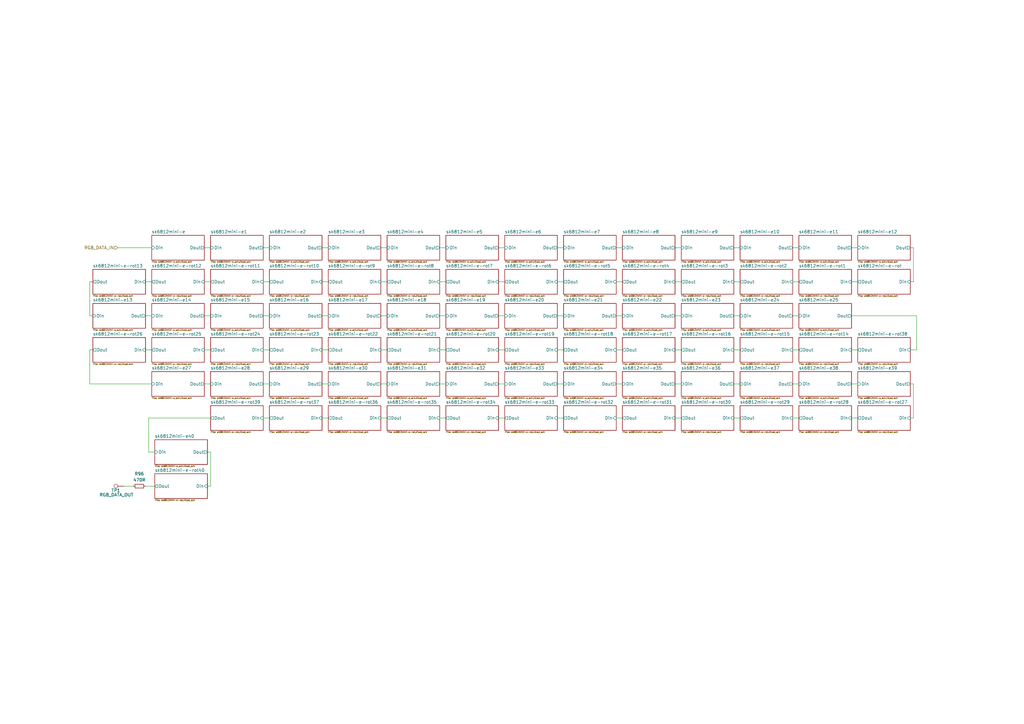
<source format=kicad_sch>
(kicad_sch
	(version 20231120)
	(generator "eeschema")
	(generator_version "8.0")
	(uuid "9df5bd41-52ef-4db3-8232-295978b26682")
	(paper "A3")
	(lib_symbols
		(symbol "Connector:TestPoint"
			(pin_numbers hide)
			(pin_names
				(offset 0.762) hide)
			(exclude_from_sim no)
			(in_bom yes)
			(on_board yes)
			(property "Reference" "TP"
				(at 0 6.858 0)
				(effects
					(font
						(size 1.27 1.27)
					)
				)
			)
			(property "Value" "TestPoint"
				(at 0 5.08 0)
				(effects
					(font
						(size 1.27 1.27)
					)
				)
			)
			(property "Footprint" ""
				(at 5.08 0 0)
				(effects
					(font
						(size 1.27 1.27)
					)
					(hide yes)
				)
			)
			(property "Datasheet" "~"
				(at 5.08 0 0)
				(effects
					(font
						(size 1.27 1.27)
					)
					(hide yes)
				)
			)
			(property "Description" "test point"
				(at 0 0 0)
				(effects
					(font
						(size 1.27 1.27)
					)
					(hide yes)
				)
			)
			(property "ki_keywords" "test point tp"
				(at 0 0 0)
				(effects
					(font
						(size 1.27 1.27)
					)
					(hide yes)
				)
			)
			(property "ki_fp_filters" "Pin* Test*"
				(at 0 0 0)
				(effects
					(font
						(size 1.27 1.27)
					)
					(hide yes)
				)
			)
			(symbol "TestPoint_0_1"
				(circle
					(center 0 3.302)
					(radius 0.762)
					(stroke
						(width 0)
						(type default)
					)
					(fill
						(type none)
					)
				)
			)
			(symbol "TestPoint_1_1"
				(pin passive line
					(at 0 0 90)
					(length 2.54)
					(name "1"
						(effects
							(font
								(size 1.27 1.27)
							)
						)
					)
					(number "1"
						(effects
							(font
								(size 1.27 1.27)
							)
						)
					)
				)
			)
		)
		(symbol "Device:R_Small"
			(pin_numbers hide)
			(pin_names
				(offset 0.254) hide)
			(exclude_from_sim no)
			(in_bom yes)
			(on_board yes)
			(property "Reference" "R"
				(at 0.762 0.508 0)
				(effects
					(font
						(size 1.27 1.27)
					)
					(justify left)
				)
			)
			(property "Value" "R_Small"
				(at 0.762 -1.016 0)
				(effects
					(font
						(size 1.27 1.27)
					)
					(justify left)
				)
			)
			(property "Footprint" ""
				(at 0 0 0)
				(effects
					(font
						(size 1.27 1.27)
					)
					(hide yes)
				)
			)
			(property "Datasheet" "~"
				(at 0 0 0)
				(effects
					(font
						(size 1.27 1.27)
					)
					(hide yes)
				)
			)
			(property "Description" "Resistor, small symbol"
				(at 0 0 0)
				(effects
					(font
						(size 1.27 1.27)
					)
					(hide yes)
				)
			)
			(property "ki_keywords" "R resistor"
				(at 0 0 0)
				(effects
					(font
						(size 1.27 1.27)
					)
					(hide yes)
				)
			)
			(property "ki_fp_filters" "R_*"
				(at 0 0 0)
				(effects
					(font
						(size 1.27 1.27)
					)
					(hide yes)
				)
			)
			(symbol "R_Small_0_1"
				(rectangle
					(start -0.762 1.778)
					(end 0.762 -1.778)
					(stroke
						(width 0.2032)
						(type default)
					)
					(fill
						(type none)
					)
				)
			)
			(symbol "R_Small_1_1"
				(pin passive line
					(at 0 2.54 270)
					(length 0.762)
					(name "~"
						(effects
							(font
								(size 1.27 1.27)
							)
						)
					)
					(number "1"
						(effects
							(font
								(size 1.27 1.27)
							)
						)
					)
				)
				(pin passive line
					(at 0 -2.54 90)
					(length 0.762)
					(name "~"
						(effects
							(font
								(size 1.27 1.27)
							)
						)
					)
					(number "2"
						(effects
							(font
								(size 1.27 1.27)
							)
						)
					)
				)
			)
		)
	)
	(wire
		(pts
			(xy 86.36 185.42) (xy 86.36 199.39)
		)
		(stroke
			(width 0)
			(type default)
		)
		(uuid "15769cbf-ebaa-4177-ac83-43ffdfb43e3b")
	)
	(wire
		(pts
			(xy 276.86 115.57) (xy 279.4 115.57)
		)
		(stroke
			(width 0)
			(type default)
		)
		(uuid "15bc2d2a-a350-486a-8f5b-1b288d9f573b")
	)
	(wire
		(pts
			(xy 204.47 101.6) (xy 207.01 101.6)
		)
		(stroke
			(width 0)
			(type default)
		)
		(uuid "16dc2b56-9a52-46ff-ab9e-4fbe36ca83d9")
	)
	(wire
		(pts
			(xy 107.95 143.51) (xy 110.49 143.51)
		)
		(stroke
			(width 0)
			(type default)
		)
		(uuid "1873f151-3864-4a82-b987-579b6dae8622")
	)
	(wire
		(pts
			(xy 228.6 171.45) (xy 231.14 171.45)
		)
		(stroke
			(width 0)
			(type default)
		)
		(uuid "1a955c23-9ec3-4e07-a324-a79213ac3a80")
	)
	(wire
		(pts
			(xy 374.65 157.48) (xy 374.65 171.45)
		)
		(stroke
			(width 0)
			(type default)
		)
		(uuid "1f474085-5d09-4170-b573-c83b73b16717")
	)
	(wire
		(pts
			(xy 349.25 115.57) (xy 351.79 115.57)
		)
		(stroke
			(width 0)
			(type default)
		)
		(uuid "1f8996df-1cca-4af5-9a4f-d9d1550af8eb")
	)
	(wire
		(pts
			(xy 156.21 101.6) (xy 158.75 101.6)
		)
		(stroke
			(width 0)
			(type default)
		)
		(uuid "220eb034-9f4b-47a7-bed1-4790913ec520")
	)
	(wire
		(pts
			(xy 59.69 199.39) (xy 63.5 199.39)
		)
		(stroke
			(width 0)
			(type default)
		)
		(uuid "233bfd41-deb1-454a-b174-3b3d8ca6ae72")
	)
	(wire
		(pts
			(xy 59.69 143.51) (xy 62.23 143.51)
		)
		(stroke
			(width 0)
			(type default)
		)
		(uuid "27e67cd9-8979-4527-8bed-b092aec9b4a1")
	)
	(wire
		(pts
			(xy 349.25 171.45) (xy 351.79 171.45)
		)
		(stroke
			(width 0)
			(type default)
		)
		(uuid "29b50713-53b6-4168-9dcf-f0419ffde103")
	)
	(wire
		(pts
			(xy 300.99 171.45) (xy 303.53 171.45)
		)
		(stroke
			(width 0)
			(type default)
		)
		(uuid "2c46b06e-82d6-4f88-bf18-820072ab8190")
	)
	(wire
		(pts
			(xy 62.23 101.6) (xy 48.26 101.6)
		)
		(stroke
			(width 0)
			(type default)
		)
		(uuid "2cbb5fd1-82e5-4a78-b28b-55313876225b")
	)
	(wire
		(pts
			(xy 228.6 101.6) (xy 231.14 101.6)
		)
		(stroke
			(width 0)
			(type default)
		)
		(uuid "2e7e1985-5cb8-408f-bf9f-0c19bc80554f")
	)
	(wire
		(pts
			(xy 132.08 101.6) (xy 134.62 101.6)
		)
		(stroke
			(width 0)
			(type default)
		)
		(uuid "3131df95-1c3d-4cf7-b039-3c5a88257256")
	)
	(wire
		(pts
			(xy 132.08 171.45) (xy 134.62 171.45)
		)
		(stroke
			(width 0)
			(type default)
		)
		(uuid "32f40338-ed82-4786-a5bf-70c401960470")
	)
	(wire
		(pts
			(xy 300.99 115.57) (xy 303.53 115.57)
		)
		(stroke
			(width 0)
			(type default)
		)
		(uuid "34282d8e-f4f4-4ae8-b7af-2b684fb450e3")
	)
	(wire
		(pts
			(xy 300.99 143.51) (xy 303.53 143.51)
		)
		(stroke
			(width 0)
			(type default)
		)
		(uuid "344be611-8946-4a71-a475-ca50c2e84987")
	)
	(wire
		(pts
			(xy 374.65 171.45) (xy 373.38 171.45)
		)
		(stroke
			(width 0)
			(type default)
		)
		(uuid "348bd8a8-5602-4742-b6aa-b2deb21ee896")
	)
	(wire
		(pts
			(xy 252.73 157.48) (xy 255.27 157.48)
		)
		(stroke
			(width 0)
			(type default)
		)
		(uuid "3499cbf9-9248-4e00-9f5c-0019f86497ed")
	)
	(wire
		(pts
			(xy 204.47 157.48) (xy 207.01 157.48)
		)
		(stroke
			(width 0)
			(type default)
		)
		(uuid "34b3a953-25bb-4fbc-a802-147d9eead7d7")
	)
	(wire
		(pts
			(xy 252.73 115.57) (xy 255.27 115.57)
		)
		(stroke
			(width 0)
			(type default)
		)
		(uuid "34bda507-22d4-4e4f-8493-88f0716cf1f9")
	)
	(wire
		(pts
			(xy 85.09 199.39) (xy 86.36 199.39)
		)
		(stroke
			(width 0)
			(type default)
		)
		(uuid "39393e41-f92c-4810-bfaf-23a0cfeefb33")
	)
	(wire
		(pts
			(xy 325.12 101.6) (xy 327.66 101.6)
		)
		(stroke
			(width 0)
			(type default)
		)
		(uuid "3edc0f7e-4d4a-44b7-a9f6-0fe5ee8bb384")
	)
	(wire
		(pts
			(xy 349.25 101.6) (xy 351.79 101.6)
		)
		(stroke
			(width 0)
			(type default)
		)
		(uuid "415533f3-ca7f-4182-b990-0cee203412a0")
	)
	(wire
		(pts
			(xy 156.21 171.45) (xy 158.75 171.45)
		)
		(stroke
			(width 0)
			(type default)
		)
		(uuid "41dd1600-6f04-4dbc-9475-0c286db6c2a8")
	)
	(wire
		(pts
			(xy 83.82 143.51) (xy 86.36 143.51)
		)
		(stroke
			(width 0)
			(type default)
		)
		(uuid "45484550-49b3-461c-8fbb-1e586c37118c")
	)
	(wire
		(pts
			(xy 300.99 157.48) (xy 303.53 157.48)
		)
		(stroke
			(width 0)
			(type default)
		)
		(uuid "4641928c-ce43-4799-a292-98cf5a09ac21")
	)
	(wire
		(pts
			(xy 180.34 129.54) (xy 182.88 129.54)
		)
		(stroke
			(width 0)
			(type default)
		)
		(uuid "468a8ec2-1893-415d-9991-919f5f3abd1f")
	)
	(wire
		(pts
			(xy 132.08 115.57) (xy 134.62 115.57)
		)
		(stroke
			(width 0)
			(type default)
		)
		(uuid "48275bc4-315a-49e0-a5bd-7c401c620a14")
	)
	(wire
		(pts
			(xy 38.1 115.57) (xy 36.83 115.57)
		)
		(stroke
			(width 0)
			(type default)
		)
		(uuid "498465f8-7efb-4c55-88eb-622cf096a757")
	)
	(wire
		(pts
			(xy 60.96 185.42) (xy 63.5 185.42)
		)
		(stroke
			(width 0)
			(type default)
		)
		(uuid "4c472c88-9f95-40a3-9787-ce7e87e8c50b")
	)
	(wire
		(pts
			(xy 276.86 143.51) (xy 279.4 143.51)
		)
		(stroke
			(width 0)
			(type default)
		)
		(uuid "4d32988a-b9eb-4453-bdcd-6fb2fbd8aeb7")
	)
	(wire
		(pts
			(xy 180.34 157.48) (xy 182.88 157.48)
		)
		(stroke
			(width 0)
			(type default)
		)
		(uuid "4de937e9-f312-403f-b006-906ba6fc9249")
	)
	(wire
		(pts
			(xy 36.83 157.48) (xy 62.23 157.48)
		)
		(stroke
			(width 0)
			(type default)
		)
		(uuid "4fc75685-fb22-4495-b245-9e2f3ac03da2")
	)
	(wire
		(pts
			(xy 325.12 115.57) (xy 327.66 115.57)
		)
		(stroke
			(width 0)
			(type default)
		)
		(uuid "52770b51-3931-44b8-b0a9-77b2d5a52382")
	)
	(wire
		(pts
			(xy 252.73 143.51) (xy 255.27 143.51)
		)
		(stroke
			(width 0)
			(type default)
		)
		(uuid "52c9e18a-fb00-470a-8f04-a29dc206440e")
	)
	(wire
		(pts
			(xy 36.83 143.51) (xy 36.83 157.48)
		)
		(stroke
			(width 0)
			(type default)
		)
		(uuid "5396f8de-20f5-4f15-8019-7d0c172e16b3")
	)
	(wire
		(pts
			(xy 59.69 129.54) (xy 62.23 129.54)
		)
		(stroke
			(width 0)
			(type default)
		)
		(uuid "53b7f141-c702-4fd5-8c22-5e180f0e122a")
	)
	(wire
		(pts
			(xy 276.86 157.48) (xy 279.4 157.48)
		)
		(stroke
			(width 0)
			(type default)
		)
		(uuid "5b246ff6-0641-495a-bccb-adf62cd9a4d9")
	)
	(wire
		(pts
			(xy 325.12 157.48) (xy 327.66 157.48)
		)
		(stroke
			(width 0)
			(type default)
		)
		(uuid "5fc905ec-9309-41a9-b0a9-7f7573450729")
	)
	(wire
		(pts
			(xy 349.25 157.48) (xy 351.79 157.48)
		)
		(stroke
			(width 0)
			(type default)
		)
		(uuid "60a38186-5a93-42da-842c-8c3b69252427")
	)
	(wire
		(pts
			(xy 107.95 171.45) (xy 110.49 171.45)
		)
		(stroke
			(width 0)
			(type default)
		)
		(uuid "60f4c5fa-7248-4de7-b4ed-a296adccb9e4")
	)
	(wire
		(pts
			(xy 180.34 115.57) (xy 182.88 115.57)
		)
		(stroke
			(width 0)
			(type default)
		)
		(uuid "662f665b-1490-4922-a6a3-d0bd786f3f63")
	)
	(wire
		(pts
			(xy 156.21 115.57) (xy 158.75 115.57)
		)
		(stroke
			(width 0)
			(type default)
		)
		(uuid "66ea474b-b71b-40b9-9dcd-efb988f548e0")
	)
	(wire
		(pts
			(xy 156.21 129.54) (xy 158.75 129.54)
		)
		(stroke
			(width 0)
			(type default)
		)
		(uuid "6807538d-fcc8-4bb8-aa18-44e0161ce300")
	)
	(wire
		(pts
			(xy 204.47 115.57) (xy 207.01 115.57)
		)
		(stroke
			(width 0)
			(type default)
		)
		(uuid "6d3bafee-2d6d-48c5-adb4-5fc97483ea88")
	)
	(wire
		(pts
			(xy 276.86 171.45) (xy 279.4 171.45)
		)
		(stroke
			(width 0)
			(type default)
		)
		(uuid "6ded8e44-2208-48bc-903a-8414004bba97")
	)
	(wire
		(pts
			(xy 252.73 171.45) (xy 255.27 171.45)
		)
		(stroke
			(width 0)
			(type default)
		)
		(uuid "78359a0b-ad4a-47c3-b333-3f8674f3d6ba")
	)
	(wire
		(pts
			(xy 132.08 129.54) (xy 134.62 129.54)
		)
		(stroke
			(width 0)
			(type default)
		)
		(uuid "78827bd7-3158-4dbc-8e9c-ad91daaae887")
	)
	(wire
		(pts
			(xy 60.96 171.45) (xy 60.96 185.42)
		)
		(stroke
			(width 0)
			(type default)
		)
		(uuid "78d1f3d2-2e42-419d-9338-1459e67483ac")
	)
	(wire
		(pts
			(xy 83.82 115.57) (xy 86.36 115.57)
		)
		(stroke
			(width 0)
			(type default)
		)
		(uuid "79e2581c-a175-4cb1-b894-85c769a7dcf1")
	)
	(wire
		(pts
			(xy 349.25 143.51) (xy 351.79 143.51)
		)
		(stroke
			(width 0)
			(type default)
		)
		(uuid "81493259-db37-4420-bea6-8a3ca78a9a05")
	)
	(wire
		(pts
			(xy 300.99 101.6) (xy 303.53 101.6)
		)
		(stroke
			(width 0)
			(type default)
		)
		(uuid "8169511f-0336-489b-9df5-e2d5ddbdd71d")
	)
	(wire
		(pts
			(xy 276.86 101.6) (xy 279.4 101.6)
		)
		(stroke
			(width 0)
			(type default)
		)
		(uuid "819413ef-c9f5-494f-9135-f5293f001db9")
	)
	(wire
		(pts
			(xy 204.47 171.45) (xy 207.01 171.45)
		)
		(stroke
			(width 0)
			(type default)
		)
		(uuid "8340e3bf-1425-4231-bfb6-a24b7e0c7894")
	)
	(wire
		(pts
			(xy 252.73 101.6) (xy 255.27 101.6)
		)
		(stroke
			(width 0)
			(type default)
		)
		(uuid "857cddc2-9977-42d4-b8da-a9e3739ab76e")
	)
	(wire
		(pts
			(xy 204.47 129.54) (xy 207.01 129.54)
		)
		(stroke
			(width 0)
			(type default)
		)
		(uuid "8e32c115-b4f1-4b93-aec4-a7309a09b4d5")
	)
	(wire
		(pts
			(xy 107.95 129.54) (xy 110.49 129.54)
		)
		(stroke
			(width 0)
			(type default)
		)
		(uuid "9122004a-1b97-4b77-84b8-9dc71414a96c")
	)
	(wire
		(pts
			(xy 204.47 143.51) (xy 207.01 143.51)
		)
		(stroke
			(width 0)
			(type default)
		)
		(uuid "9324ef64-00f5-4264-ba2e-f203ad61f84b")
	)
	(wire
		(pts
			(xy 180.34 143.51) (xy 182.88 143.51)
		)
		(stroke
			(width 0)
			(type default)
		)
		(uuid "9451d7a6-e6b8-42e1-9ef2-47d591ca0ae1")
	)
	(wire
		(pts
			(xy 36.83 129.54) (xy 38.1 129.54)
		)
		(stroke
			(width 0)
			(type default)
		)
		(uuid "99bc9ba7-a825-40bf-b06e-d14c2a957c85")
	)
	(wire
		(pts
			(xy 85.09 185.42) (xy 86.36 185.42)
		)
		(stroke
			(width 0)
			(type default)
		)
		(uuid "99c18ea6-d504-4a41-9045-5df5433355ff")
	)
	(wire
		(pts
			(xy 325.12 129.54) (xy 327.66 129.54)
		)
		(stroke
			(width 0)
			(type default)
		)
		(uuid "9a6b5df8-5411-4000-afb9-4ac4efd423a6")
	)
	(wire
		(pts
			(xy 83.82 157.48) (xy 86.36 157.48)
		)
		(stroke
			(width 0)
			(type default)
		)
		(uuid "9ba3ba09-2a2d-4890-a197-f1d35c734b14")
	)
	(wire
		(pts
			(xy 325.12 143.51) (xy 327.66 143.51)
		)
		(stroke
			(width 0)
			(type default)
		)
		(uuid "9f28406d-1eb4-4f84-a9bd-62c5d84c2d64")
	)
	(wire
		(pts
			(xy 38.1 143.51) (xy 36.83 143.51)
		)
		(stroke
			(width 0)
			(type default)
		)
		(uuid "a17e0822-dc21-4afb-997d-85f1991958be")
	)
	(wire
		(pts
			(xy 374.65 115.57) (xy 373.38 115.57)
		)
		(stroke
			(width 0)
			(type default)
		)
		(uuid "a17f0d3f-45ed-4f3f-ac28-ab2287250e3d")
	)
	(wire
		(pts
			(xy 276.86 129.54) (xy 279.4 129.54)
		)
		(stroke
			(width 0)
			(type default)
		)
		(uuid "a562774b-8850-4875-8ae6-4e134fa63890")
	)
	(wire
		(pts
			(xy 375.92 143.51) (xy 373.38 143.51)
		)
		(stroke
			(width 0)
			(type default)
		)
		(uuid "ad5a55d3-5982-41af-91f3-131aeb984232")
	)
	(wire
		(pts
			(xy 180.34 101.6) (xy 182.88 101.6)
		)
		(stroke
			(width 0)
			(type default)
		)
		(uuid "afbe3388-b18a-4967-bd03-76dd2ba0d38f")
	)
	(wire
		(pts
			(xy 349.25 129.54) (xy 375.92 129.54)
		)
		(stroke
			(width 0)
			(type default)
		)
		(uuid "b0949545-d951-4ffb-8552-86a12565e9a4")
	)
	(wire
		(pts
			(xy 107.95 115.57) (xy 110.49 115.57)
		)
		(stroke
			(width 0)
			(type default)
		)
		(uuid "b1ff21ef-e27e-41de-9474-2d253f51f29a")
	)
	(wire
		(pts
			(xy 228.6 115.57) (xy 231.14 115.57)
		)
		(stroke
			(width 0)
			(type default)
		)
		(uuid "b5e93009-2106-47f3-94c2-74d678e60a67")
	)
	(wire
		(pts
			(xy 300.99 129.54) (xy 303.53 129.54)
		)
		(stroke
			(width 0)
			(type default)
		)
		(uuid "b8d2d85d-153a-49c2-a132-243430e07c24")
	)
	(wire
		(pts
			(xy 50.8 199.39) (xy 54.61 199.39)
		)
		(stroke
			(width 0)
			(type default)
		)
		(uuid "bd3d209b-2c12-4eb9-894c-8a152569f369")
	)
	(wire
		(pts
			(xy 252.73 129.54) (xy 255.27 129.54)
		)
		(stroke
			(width 0)
			(type default)
		)
		(uuid "c0acac9d-7248-4e0e-9803-75af6ad84952")
	)
	(wire
		(pts
			(xy 156.21 143.51) (xy 158.75 143.51)
		)
		(stroke
			(width 0)
			(type default)
		)
		(uuid "c0adf5a2-611f-4ae5-b3ae-a9e7c3e19dba")
	)
	(wire
		(pts
			(xy 228.6 157.48) (xy 231.14 157.48)
		)
		(stroke
			(width 0)
			(type default)
		)
		(uuid "c1213144-c1b5-4a69-90dc-940d8d5d4778")
	)
	(wire
		(pts
			(xy 375.92 129.54) (xy 375.92 143.51)
		)
		(stroke
			(width 0)
			(type default)
		)
		(uuid "c29fb4bd-e372-4c1d-9df7-3c7b95a0de2f")
	)
	(wire
		(pts
			(xy 132.08 143.51) (xy 134.62 143.51)
		)
		(stroke
			(width 0)
			(type default)
		)
		(uuid "c318aa5d-1def-489e-9d9d-22a2843afa48")
	)
	(wire
		(pts
			(xy 83.82 101.6) (xy 86.36 101.6)
		)
		(stroke
			(width 0)
			(type default)
		)
		(uuid "c404a199-c892-4393-ba52-d270da929480")
	)
	(wire
		(pts
			(xy 36.83 115.57) (xy 36.83 129.54)
		)
		(stroke
			(width 0)
			(type default)
		)
		(uuid "c5ae5128-5df1-4695-ba46-a016934facd2")
	)
	(wire
		(pts
			(xy 132.08 157.48) (xy 134.62 157.48)
		)
		(stroke
			(width 0)
			(type default)
		)
		(uuid "c68784d9-2195-4a6b-ba75-64e3ec276ac5")
	)
	(wire
		(pts
			(xy 180.34 171.45) (xy 182.88 171.45)
		)
		(stroke
			(width 0)
			(type default)
		)
		(uuid "cc27daf2-8878-4a42-893a-f172a250fb73")
	)
	(wire
		(pts
			(xy 325.12 171.45) (xy 327.66 171.45)
		)
		(stroke
			(width 0)
			(type default)
		)
		(uuid "cd20ceae-b149-4d1e-a63b-ca7c9448d506")
	)
	(wire
		(pts
			(xy 373.38 157.48) (xy 374.65 157.48)
		)
		(stroke
			(width 0)
			(type default)
		)
		(uuid "cdd2a7cc-b0e8-4533-89ea-ee6f4f8e68ae")
	)
	(wire
		(pts
			(xy 59.69 115.57) (xy 62.23 115.57)
		)
		(stroke
			(width 0)
			(type default)
		)
		(uuid "d1ccf570-1145-41e9-a0a6-b643c36ddeab")
	)
	(wire
		(pts
			(xy 86.36 171.45) (xy 60.96 171.45)
		)
		(stroke
			(width 0)
			(type default)
		)
		(uuid "d53e51a1-dc7b-4d33-bdf4-3e6f0d9e8e20")
	)
	(wire
		(pts
			(xy 374.65 101.6) (xy 374.65 115.57)
		)
		(stroke
			(width 0)
			(type default)
		)
		(uuid "d7488394-3a3b-4587-8967-6a951ac4b787")
	)
	(wire
		(pts
			(xy 228.6 143.51) (xy 231.14 143.51)
		)
		(stroke
			(width 0)
			(type default)
		)
		(uuid "d8dd4404-92b5-4f61-9b72-b71638c053ce")
	)
	(wire
		(pts
			(xy 228.6 129.54) (xy 231.14 129.54)
		)
		(stroke
			(width 0)
			(type default)
		)
		(uuid "f857ad05-54c1-4463-b719-3b15c9e9944a")
	)
	(wire
		(pts
			(xy 156.21 157.48) (xy 158.75 157.48)
		)
		(stroke
			(width 0)
			(type default)
		)
		(uuid "fca5ad9f-f932-46f7-8de2-3126d6bdb713")
	)
	(wire
		(pts
			(xy 83.82 129.54) (xy 86.36 129.54)
		)
		(stroke
			(width 0)
			(type default)
		)
		(uuid "fd376bf3-2438-4f0f-a540-a6696982066e")
	)
	(wire
		(pts
			(xy 373.38 101.6) (xy 374.65 101.6)
		)
		(stroke
			(width 0)
			(type default)
		)
		(uuid "fed8b539-ce54-44bd-8591-da3236ed65d3")
	)
	(wire
		(pts
			(xy 107.95 101.6) (xy 110.49 101.6)
		)
		(stroke
			(width 0)
			(type default)
		)
		(uuid "ff53c822-6f25-4607-b943-d888dc26a760")
	)
	(wire
		(pts
			(xy 107.95 157.48) (xy 110.49 157.48)
		)
		(stroke
			(width 0)
			(type default)
		)
		(uuid "ff56d1fa-3ff9-4770-869d-5e5ea46ac6ca")
	)
	(hierarchical_label "RGB_DATA_IN"
		(shape input)
		(at 48.26 101.6 180)
		(fields_autoplaced yes)
		(effects
			(font
				(size 1.27 1.27)
			)
			(justify right)
		)
		(uuid "5e10038e-b7a3-4123-86a8-192ed78643cf")
	)
	(symbol
		(lib_id "Device:R_Small")
		(at 57.15 199.39 90)
		(unit 1)
		(exclude_from_sim no)
		(in_bom yes)
		(on_board yes)
		(dnp no)
		(fields_autoplaced yes)
		(uuid "0200062b-86d3-4dff-8295-02bac5e793e4")
		(property "Reference" "R96"
			(at 57.15 194.31 90)
			(effects
				(font
					(size 1.27 1.27)
				)
			)
		)
		(property "Value" "470R"
			(at 57.15 196.85 90)
			(effects
				(font
					(size 1.27 1.27)
				)
			)
		)
		(property "Footprint" "Resistor_SMD:R_0402_1005Metric"
			(at 57.15 199.39 0)
			(effects
				(font
					(size 1.27 1.27)
				)
				(hide yes)
			)
		)
		(property "Datasheet" "~"
			(at 57.15 199.39 0)
			(effects
				(font
					(size 1.27 1.27)
				)
				(hide yes)
			)
		)
		(property "Description" "Resistor, small symbol"
			(at 57.15 199.39 0)
			(effects
				(font
					(size 1.27 1.27)
				)
				(hide yes)
			)
		)
		(pin "1"
			(uuid "bc77b2eb-d734-4a0c-b477-e0907dd9d0d6")
		)
		(pin "2"
			(uuid "e95e2f9b-1faa-42ce-b384-31740fdfcf06")
		)
		(instances
			(project ""
				(path "/d6cd2c7a-4b62-4ee3-9519-bce8a1bda3f1/a26a8aa4-acd6-4116-aaa2-8a8a474f0fd9"
					(reference "R96")
					(unit 1)
				)
			)
		)
	)
	(symbol
		(lib_id "Connector:TestPoint")
		(at 50.8 199.39 90)
		(unit 1)
		(exclude_from_sim no)
		(in_bom yes)
		(on_board yes)
		(dnp no)
		(uuid "2807ff33-2463-4d51-9157-c134a8c5c4ab")
		(property "Reference" "TP1"
			(at 47.498 201.168 90)
			(effects
				(font
					(size 1.27 1.27)
				)
			)
		)
		(property "Value" "RGB_DATA_OUT"
			(at 47.752 202.946 90)
			(effects
				(font
					(size 1.27 1.27)
				)
			)
		)
		(property "Footprint" "TestPoint:TestPoint_Pad_D1.5mm"
			(at 50.8 194.31 0)
			(effects
				(font
					(size 1.27 1.27)
				)
				(hide yes)
			)
		)
		(property "Datasheet" "~"
			(at 50.8 194.31 0)
			(effects
				(font
					(size 1.27 1.27)
				)
				(hide yes)
			)
		)
		(property "Description" "test point"
			(at 50.8 199.39 0)
			(effects
				(font
					(size 1.27 1.27)
				)
				(hide yes)
			)
		)
		(pin "1"
			(uuid "da407736-4a13-41a2-b776-bb9aa2752f49")
		)
		(instances
			(project ""
				(path "/d6cd2c7a-4b62-4ee3-9519-bce8a1bda3f1/a26a8aa4-acd6-4116-aaa2-8a8a474f0fd9"
					(reference "TP1")
					(unit 1)
				)
			)
		)
	)
	(sheet
		(at 279.4 166.37)
		(size 21.59 10.16)
		(fields_autoplaced yes)
		(stroke
			(width 0.1524)
			(type solid)
		)
		(fill
			(color 0 0 0 0.0000)
		)
		(uuid "024179d6-68f2-4e36-b415-7b37b40961f7")
		(property "Sheetname" "sk6812mini-e-rot30"
			(at 279.4 165.6584 0)
			(effects
				(font
					(size 1.27 1.27)
				)
				(justify left bottom)
			)
		)
		(property "Sheetfile" "sk6812mini-e-rot.kicad_sch"
			(at 279.4 176.8606 0)
			(effects
				(font
					(size 0.635 0.635)
				)
				(justify left top)
			)
		)
		(pin "Dout" output
			(at 279.4 171.45 180)
			(effects
				(font
					(size 1.27 1.27)
				)
				(justify left)
			)
			(uuid "29276db2-2e5c-4429-b1f5-c910f7428658")
		)
		(pin "Din" input
			(at 300.99 171.45 0)
			(effects
				(font
					(size 1.27 1.27)
				)
				(justify right)
			)
			(uuid "3db27c54-5035-4228-a96e-b580184af054")
		)
		(instances
			(project "hall effect keyboard"
				(path "/d6cd2c7a-4b62-4ee3-9519-bce8a1bda3f1/a26a8aa4-acd6-4116-aaa2-8a8a474f0fd9"
					(page "156")
				)
			)
		)
	)
	(sheet
		(at 62.23 138.43)
		(size 21.59 10.16)
		(fields_autoplaced yes)
		(stroke
			(width 0.1524)
			(type solid)
		)
		(fill
			(color 0 0 0 0.0000)
		)
		(uuid "03473c73-89b1-4ba5-a3a9-4a61e2d138f3")
		(property "Sheetname" "sk6812mini-e-rot25"
			(at 62.23 137.7184 0)
			(effects
				(font
					(size 1.27 1.27)
				)
				(justify left bottom)
			)
		)
		(property "Sheetfile" "sk6812mini-e-rot.kicad_sch"
			(at 62.23 148.9206 0)
			(effects
				(font
					(size 0.635 0.635)
				)
				(justify left top)
			)
		)
		(pin "Dout" output
			(at 62.23 143.51 180)
			(effects
				(font
					(size 1.27 1.27)
				)
				(justify left)
			)
			(uuid "855a0439-e156-47fb-b631-6d6593c3cd26")
		)
		(pin "Din" input
			(at 83.82 143.51 0)
			(effects
				(font
					(size 1.27 1.27)
				)
				(justify right)
			)
			(uuid "eace45d4-3df3-442d-aad7-15ab1a5550f2")
		)
		(instances
			(project "hall effect keyboard"
				(path "/d6cd2c7a-4b62-4ee3-9519-bce8a1bda3f1/a26a8aa4-acd6-4116-aaa2-8a8a474f0fd9"
					(page "138")
				)
			)
		)
	)
	(sheet
		(at 158.75 138.43)
		(size 21.59 10.16)
		(fields_autoplaced yes)
		(stroke
			(width 0.1524)
			(type solid)
		)
		(fill
			(color 0 0 0 0.0000)
		)
		(uuid "034e8ad3-745b-483b-aab4-d9d17ea31be0")
		(property "Sheetname" "sk6812mini-e-rot21"
			(at 158.75 137.7184 0)
			(effects
				(font
					(size 1.27 1.27)
				)
				(justify left bottom)
			)
		)
		(property "Sheetfile" "sk6812mini-e-rot.kicad_sch"
			(at 158.75 148.9206 0)
			(effects
				(font
					(size 0.635 0.635)
				)
				(justify left top)
			)
		)
		(pin "Dout" output
			(at 158.75 143.51 180)
			(effects
				(font
					(size 1.27 1.27)
				)
				(justify left)
			)
			(uuid "1582945c-ca6a-436b-9a5f-4056980a8273")
		)
		(pin "Din" input
			(at 180.34 143.51 0)
			(effects
				(font
					(size 1.27 1.27)
				)
				(justify right)
			)
			(uuid "b4014a0b-7c56-401b-8562-10301831f704")
		)
		(instances
			(project "hall effect keyboard"
				(path "/d6cd2c7a-4b62-4ee3-9519-bce8a1bda3f1/a26a8aa4-acd6-4116-aaa2-8a8a474f0fd9"
					(page "134")
				)
			)
		)
	)
	(sheet
		(at 207.01 138.43)
		(size 21.59 10.16)
		(fields_autoplaced yes)
		(stroke
			(width 0.1524)
			(type solid)
		)
		(fill
			(color 0 0 0 0.0000)
		)
		(uuid "04df40b7-25f8-4c42-9010-03665fffb4da")
		(property "Sheetname" "sk6812mini-e-rot19"
			(at 207.01 137.7184 0)
			(effects
				(font
					(size 1.27 1.27)
				)
				(justify left bottom)
			)
		)
		(property "Sheetfile" "sk6812mini-e-rot.kicad_sch"
			(at 207.01 148.9206 0)
			(effects
				(font
					(size 0.635 0.635)
				)
				(justify left top)
			)
		)
		(pin "Dout" output
			(at 207.01 143.51 180)
			(effects
				(font
					(size 1.27 1.27)
				)
				(justify left)
			)
			(uuid "578ea7a1-12c8-445b-acb3-d5bac85d5a16")
		)
		(pin "Din" input
			(at 228.6 143.51 0)
			(effects
				(font
					(size 1.27 1.27)
				)
				(justify right)
			)
			(uuid "4d5f8e8d-f962-4d79-af60-3eda1f8c002c")
		)
		(instances
			(project "hall effect keyboard"
				(path "/d6cd2c7a-4b62-4ee3-9519-bce8a1bda3f1/a26a8aa4-acd6-4116-aaa2-8a8a474f0fd9"
					(page "132")
				)
			)
		)
	)
	(sheet
		(at 86.36 110.49)
		(size 21.59 10.16)
		(fields_autoplaced yes)
		(stroke
			(width 0.1524)
			(type solid)
		)
		(fill
			(color 0 0 0 0.0000)
		)
		(uuid "051bf3ed-1fc8-4df4-9f20-310b06f71256")
		(property "Sheetname" "sk6812mini-e-rot11"
			(at 86.36 109.7784 0)
			(effects
				(font
					(size 1.27 1.27)
				)
				(justify left bottom)
			)
		)
		(property "Sheetfile" "sk6812mini-e-rot.kicad_sch"
			(at 86.36 120.9806 0)
			(effects
				(font
					(size 0.635 0.635)
				)
				(justify left top)
			)
		)
		(pin "Dout" output
			(at 86.36 115.57 180)
			(effects
				(font
					(size 1.27 1.27)
				)
				(justify left)
			)
			(uuid "d423a778-1a4d-4568-b6c3-0185aeab5724")
		)
		(pin "Din" input
			(at 107.95 115.57 0)
			(effects
				(font
					(size 1.27 1.27)
				)
				(justify right)
			)
			(uuid "ca2c9ee4-483d-444a-9175-b61792f45f5e")
		)
		(instances
			(project "hall effect keyboard"
				(path "/d6cd2c7a-4b62-4ee3-9519-bce8a1bda3f1/a26a8aa4-acd6-4116-aaa2-8a8a474f0fd9"
					(page "110")
				)
			)
		)
	)
	(sheet
		(at 86.36 124.46)
		(size 21.59 10.16)
		(fields_autoplaced yes)
		(stroke
			(width 0.1524)
			(type solid)
		)
		(fill
			(color 0 0 0 0.0000)
		)
		(uuid "06fac206-1018-4014-b94d-5e0237c78490")
		(property "Sheetname" "sk6812mini-e15"
			(at 86.36 123.7484 0)
			(effects
				(font
					(size 1.27 1.27)
				)
				(justify left bottom)
			)
		)
		(property "Sheetfile" "sk6812mini-e_sch.kicad_sch"
			(at 86.36 134.9506 0)
			(effects
				(font
					(size 0.635 0.635)
				)
				(justify left top)
			)
		)
		(pin "Dout" output
			(at 107.95 129.54 0)
			(effects
				(font
					(size 1.27 1.27)
				)
				(justify right)
			)
			(uuid "fca3ec3e-c47b-441a-b958-1c6a408564fe")
		)
		(pin "Din" input
			(at 86.36 129.54 180)
			(effects
				(font
					(size 1.27 1.27)
				)
				(justify left)
			)
			(uuid "5e3ac739-2783-4bc1-a01b-17e0604cb8ba")
		)
		(instances
			(project "hall effect keyboard"
				(path "/d6cd2c7a-4b62-4ee3-9519-bce8a1bda3f1/a26a8aa4-acd6-4116-aaa2-8a8a474f0fd9"
					(page "115")
				)
			)
		)
	)
	(sheet
		(at 207.01 96.52)
		(size 21.59 10.16)
		(fields_autoplaced yes)
		(stroke
			(width 0.1524)
			(type solid)
		)
		(fill
			(color 0 0 0 0.0000)
		)
		(uuid "0d5bec7b-2619-4fea-87f2-2aa1b399f2de")
		(property "Sheetname" "sk6812mini-e6"
			(at 207.01 95.8084 0)
			(effects
				(font
					(size 1.27 1.27)
				)
				(justify left bottom)
			)
		)
		(property "Sheetfile" "sk6812mini-e_sch.kicad_sch"
			(at 207.01 107.0106 0)
			(effects
				(font
					(size 0.635 0.635)
				)
				(justify left top)
			)
		)
		(pin "Dout" output
			(at 228.6 101.6 0)
			(effects
				(font
					(size 1.27 1.27)
				)
				(justify right)
			)
			(uuid "84566aad-9557-465f-a994-4babdc91f47a")
		)
		(pin "Din" input
			(at 207.01 101.6 180)
			(effects
				(font
					(size 1.27 1.27)
				)
				(justify left)
			)
			(uuid "6a63e88b-a9d0-458f-b9f2-fbb5e19d6568")
		)
		(instances
			(project "hall effect keyboard"
				(path "/d6cd2c7a-4b62-4ee3-9519-bce8a1bda3f1/a26a8aa4-acd6-4116-aaa2-8a8a474f0fd9"
					(page "92")
				)
			)
		)
	)
	(sheet
		(at 279.4 124.46)
		(size 21.59 10.16)
		(fields_autoplaced yes)
		(stroke
			(width 0.1524)
			(type solid)
		)
		(fill
			(color 0 0 0 0.0000)
		)
		(uuid "0ef33708-a9a0-4b19-b31b-f071044bae82")
		(property "Sheetname" "sk6812mini-e23"
			(at 279.4 123.7484 0)
			(effects
				(font
					(size 1.27 1.27)
				)
				(justify left bottom)
			)
		)
		(property "Sheetfile" "sk6812mini-e_sch.kicad_sch"
			(at 279.4 134.9506 0)
			(effects
				(font
					(size 0.635 0.635)
				)
				(justify left top)
			)
		)
		(pin "Dout" output
			(at 300.99 129.54 0)
			(effects
				(font
					(size 1.27 1.27)
				)
				(justify right)
			)
			(uuid "2b81ef0f-24cc-4677-a9a9-766657bdd1b7")
		)
		(pin "Din" input
			(at 279.4 129.54 180)
			(effects
				(font
					(size 1.27 1.27)
				)
				(justify left)
			)
			(uuid "d921e40f-d8c5-4792-a2de-a0eed24f00df")
		)
		(instances
			(project "hall effect keyboard"
				(path "/d6cd2c7a-4b62-4ee3-9519-bce8a1bda3f1/a26a8aa4-acd6-4116-aaa2-8a8a474f0fd9"
					(page "123")
				)
			)
		)
	)
	(sheet
		(at 110.49 152.4)
		(size 21.59 10.16)
		(fields_autoplaced yes)
		(stroke
			(width 0.1524)
			(type solid)
		)
		(fill
			(color 0 0 0 0.0000)
		)
		(uuid "11f21610-e9ab-48c1-b158-9f807a86a3d7")
		(property "Sheetname" "sk6812mini-e29"
			(at 110.49 151.6884 0)
			(effects
				(font
					(size 1.27 1.27)
				)
				(justify left bottom)
			)
		)
		(property "Sheetfile" "sk6812mini-e_sch.kicad_sch"
			(at 110.49 162.8906 0)
			(effects
				(font
					(size 0.635 0.635)
				)
				(justify left top)
			)
		)
		(pin "Dout" output
			(at 132.08 157.48 0)
			(effects
				(font
					(size 1.27 1.27)
				)
				(justify right)
			)
			(uuid "f2600170-16d8-4774-8ec1-72483d2d376a")
		)
		(pin "Din" input
			(at 110.49 157.48 180)
			(effects
				(font
					(size 1.27 1.27)
				)
				(justify left)
			)
			(uuid "1767580f-4ee9-4012-bd01-21d90e1ffc16")
		)
		(instances
			(project "hall effect keyboard"
				(path "/d6cd2c7a-4b62-4ee3-9519-bce8a1bda3f1/a26a8aa4-acd6-4116-aaa2-8a8a474f0fd9"
					(page "142")
				)
			)
		)
	)
	(sheet
		(at 62.23 124.46)
		(size 21.59 10.16)
		(fields_autoplaced yes)
		(stroke
			(width 0.1524)
			(type solid)
		)
		(fill
			(color 0 0 0 0.0000)
		)
		(uuid "12da3aa8-b750-4b04-9b5d-05d0429bba39")
		(property "Sheetname" "sk6812mini-e14"
			(at 62.23 123.7484 0)
			(effects
				(font
					(size 1.27 1.27)
				)
				(justify left bottom)
			)
		)
		(property "Sheetfile" "sk6812mini-e_sch.kicad_sch"
			(at 62.23 134.9506 0)
			(effects
				(font
					(size 0.635 0.635)
				)
				(justify left top)
			)
		)
		(pin "Dout" output
			(at 83.82 129.54 0)
			(effects
				(font
					(size 1.27 1.27)
				)
				(justify right)
			)
			(uuid "c7c6a635-5aeb-46d0-81c5-e375e148a3dc")
		)
		(pin "Din" input
			(at 62.23 129.54 180)
			(effects
				(font
					(size 1.27 1.27)
				)
				(justify left)
			)
			(uuid "557bf52f-215b-4046-8db3-3ca71874a6a8")
		)
		(instances
			(project "hall effect keyboard"
				(path "/d6cd2c7a-4b62-4ee3-9519-bce8a1bda3f1/a26a8aa4-acd6-4116-aaa2-8a8a474f0fd9"
					(page "114")
				)
			)
		)
	)
	(sheet
		(at 327.66 152.4)
		(size 21.59 10.16)
		(fields_autoplaced yes)
		(stroke
			(width 0.1524)
			(type solid)
		)
		(fill
			(color 0 0 0 0.0000)
		)
		(uuid "1314dddf-2829-4cda-94d6-ec3eee4be234")
		(property "Sheetname" "sk6812mini-e38"
			(at 327.66 151.6884 0)
			(effects
				(font
					(size 1.27 1.27)
				)
				(justify left bottom)
			)
		)
		(property "Sheetfile" "sk6812mini-e_sch.kicad_sch"
			(at 327.66 162.8906 0)
			(effects
				(font
					(size 0.635 0.635)
				)
				(justify left top)
			)
		)
		(pin "Dout" output
			(at 349.25 157.48 0)
			(effects
				(font
					(size 1.27 1.27)
				)
				(justify right)
			)
			(uuid "9d8a7756-194e-4400-bf6f-8ad10573ba6d")
		)
		(pin "Din" input
			(at 327.66 157.48 180)
			(effects
				(font
					(size 1.27 1.27)
				)
				(justify left)
			)
			(uuid "7b154bb4-32c3-48a9-9b0a-72dcbdd31ee6")
		)
		(instances
			(project "hall effect keyboard"
				(path "/d6cd2c7a-4b62-4ee3-9519-bce8a1bda3f1/a26a8aa4-acd6-4116-aaa2-8a8a474f0fd9"
					(page "151")
				)
			)
		)
	)
	(sheet
		(at 207.01 166.37)
		(size 21.59 10.16)
		(fields_autoplaced yes)
		(stroke
			(width 0.1524)
			(type solid)
		)
		(fill
			(color 0 0 0 0.0000)
		)
		(uuid "141b5a61-c0d8-491d-aed9-9215a99717f9")
		(property "Sheetname" "sk6812mini-e-rot33"
			(at 207.01 165.6584 0)
			(effects
				(font
					(size 1.27 1.27)
				)
				(justify left bottom)
			)
		)
		(property "Sheetfile" "sk6812mini-e-rot.kicad_sch"
			(at 207.01 176.8606 0)
			(effects
				(font
					(size 0.635 0.635)
				)
				(justify left top)
			)
		)
		(pin "Dout" output
			(at 207.01 171.45 180)
			(effects
				(font
					(size 1.27 1.27)
				)
				(justify left)
			)
			(uuid "d8b458ae-b832-4e07-93d7-a6e4d500ea27")
		)
		(pin "Din" input
			(at 228.6 171.45 0)
			(effects
				(font
					(size 1.27 1.27)
				)
				(justify right)
			)
			(uuid "87cdaaf7-a37d-48c3-9383-1e5fb4d8338e")
		)
		(instances
			(project "hall effect keyboard"
				(path "/d6cd2c7a-4b62-4ee3-9519-bce8a1bda3f1/a26a8aa4-acd6-4116-aaa2-8a8a474f0fd9"
					(page "159")
				)
			)
		)
	)
	(sheet
		(at 86.36 138.43)
		(size 21.59 10.16)
		(fields_autoplaced yes)
		(stroke
			(width 0.1524)
			(type solid)
		)
		(fill
			(color 0 0 0 0.0000)
		)
		(uuid "19d2be41-3703-40f9-b27e-a7cd1ee66771")
		(property "Sheetname" "sk6812mini-e-rot24"
			(at 86.36 137.7184 0)
			(effects
				(font
					(size 1.27 1.27)
				)
				(justify left bottom)
			)
		)
		(property "Sheetfile" "sk6812mini-e-rot.kicad_sch"
			(at 86.36 148.9206 0)
			(effects
				(font
					(size 0.635 0.635)
				)
				(justify left top)
			)
		)
		(pin "Dout" output
			(at 86.36 143.51 180)
			(effects
				(font
					(size 1.27 1.27)
				)
				(justify left)
			)
			(uuid "f7dd484c-6102-4756-9c89-aa34ab1e8ca2")
		)
		(pin "Din" input
			(at 107.95 143.51 0)
			(effects
				(font
					(size 1.27 1.27)
				)
				(justify right)
			)
			(uuid "8ce2d7c2-cd22-4a59-8ea8-8b9e4ab670b9")
		)
		(instances
			(project "hall effect keyboard"
				(path "/d6cd2c7a-4b62-4ee3-9519-bce8a1bda3f1/a26a8aa4-acd6-4116-aaa2-8a8a474f0fd9"
					(page "137")
				)
			)
		)
	)
	(sheet
		(at 279.4 110.49)
		(size 21.59 10.16)
		(fields_autoplaced yes)
		(stroke
			(width 0.1524)
			(type solid)
		)
		(fill
			(color 0 0 0 0.0000)
		)
		(uuid "1fe23b4a-125d-4841-ae18-baf8ff6def8e")
		(property "Sheetname" "sk6812mini-e-rot3"
			(at 279.4 109.7784 0)
			(effects
				(font
					(size 1.27 1.27)
				)
				(justify left bottom)
			)
		)
		(property "Sheetfile" "sk6812mini-e-rot.kicad_sch"
			(at 279.4 120.9806 0)
			(effects
				(font
					(size 0.635 0.635)
				)
				(justify left top)
			)
		)
		(pin "Dout" output
			(at 279.4 115.57 180)
			(effects
				(font
					(size 1.27 1.27)
				)
				(justify left)
			)
			(uuid "3cd0ba61-3195-4c87-8f66-4f5c583fdfb3")
		)
		(pin "Din" input
			(at 300.99 115.57 0)
			(effects
				(font
					(size 1.27 1.27)
				)
				(justify right)
			)
			(uuid "2631c84f-fc66-438d-8a4e-ef1cb0870350")
		)
		(instances
			(project "hall effect keyboard"
				(path "/d6cd2c7a-4b62-4ee3-9519-bce8a1bda3f1/a26a8aa4-acd6-4116-aaa2-8a8a474f0fd9"
					(page "102")
				)
			)
		)
	)
	(sheet
		(at 182.88 124.46)
		(size 21.59 10.16)
		(fields_autoplaced yes)
		(stroke
			(width 0.1524)
			(type solid)
		)
		(fill
			(color 0 0 0 0.0000)
		)
		(uuid "2161653f-0c5b-436a-8788-dbfb368c26cf")
		(property "Sheetname" "sk6812mini-e19"
			(at 182.88 123.7484 0)
			(effects
				(font
					(size 1.27 1.27)
				)
				(justify left bottom)
			)
		)
		(property "Sheetfile" "sk6812mini-e_sch.kicad_sch"
			(at 182.88 134.9506 0)
			(effects
				(font
					(size 0.635 0.635)
				)
				(justify left top)
			)
		)
		(pin "Dout" output
			(at 204.47 129.54 0)
			(effects
				(font
					(size 1.27 1.27)
				)
				(justify right)
			)
			(uuid "13f9a143-7ff0-47d3-bafa-46f5e176cca5")
		)
		(pin "Din" input
			(at 182.88 129.54 180)
			(effects
				(font
					(size 1.27 1.27)
				)
				(justify left)
			)
			(uuid "bd3bd065-f8da-4acc-bf83-757d4409b730")
		)
		(instances
			(project "hall effect keyboard"
				(path "/d6cd2c7a-4b62-4ee3-9519-bce8a1bda3f1/a26a8aa4-acd6-4116-aaa2-8a8a474f0fd9"
					(page "119")
				)
			)
		)
	)
	(sheet
		(at 303.53 124.46)
		(size 21.59 10.16)
		(fields_autoplaced yes)
		(stroke
			(width 0.1524)
			(type solid)
		)
		(fill
			(color 0 0 0 0.0000)
		)
		(uuid "2374db00-a6ed-4a48-a2ba-a1fda185e714")
		(property "Sheetname" "sk6812mini-e24"
			(at 303.53 123.7484 0)
			(effects
				(font
					(size 1.27 1.27)
				)
				(justify left bottom)
			)
		)
		(property "Sheetfile" "sk6812mini-e_sch.kicad_sch"
			(at 303.53 134.9506 0)
			(effects
				(font
					(size 0.635 0.635)
				)
				(justify left top)
			)
		)
		(pin "Dout" output
			(at 325.12 129.54 0)
			(effects
				(font
					(size 1.27 1.27)
				)
				(justify right)
			)
			(uuid "9483e3c4-e91b-4a2e-be79-1a24b969e5db")
		)
		(pin "Din" input
			(at 303.53 129.54 180)
			(effects
				(font
					(size 1.27 1.27)
				)
				(justify left)
			)
			(uuid "dcb65f25-d8db-4326-8bc2-423b13813be8")
		)
		(instances
			(project "hall effect keyboard"
				(path "/d6cd2c7a-4b62-4ee3-9519-bce8a1bda3f1/a26a8aa4-acd6-4116-aaa2-8a8a474f0fd9"
					(page "124")
				)
			)
		)
	)
	(sheet
		(at 110.49 96.52)
		(size 21.59 10.16)
		(fields_autoplaced yes)
		(stroke
			(width 0.1524)
			(type solid)
		)
		(fill
			(color 0 0 0 0.0000)
		)
		(uuid "261d9e84-527f-493c-a8ca-80c21a1e5611")
		(property "Sheetname" "sk6812mini-e2"
			(at 110.49 95.8084 0)
			(effects
				(font
					(size 1.27 1.27)
				)
				(justify left bottom)
			)
		)
		(property "Sheetfile" "sk6812mini-e_sch.kicad_sch"
			(at 110.49 107.0106 0)
			(effects
				(font
					(size 0.635 0.635)
				)
				(justify left top)
			)
		)
		(pin "Dout" output
			(at 132.08 101.6 0)
			(effects
				(font
					(size 1.27 1.27)
				)
				(justify right)
			)
			(uuid "07fa88e4-01ea-44ad-99db-52c98752ab75")
		)
		(pin "Din" input
			(at 110.49 101.6 180)
			(effects
				(font
					(size 1.27 1.27)
				)
				(justify left)
			)
			(uuid "fa670c95-5c4b-4a54-a492-efb528e3169b")
		)
		(instances
			(project "hall effect keyboard"
				(path "/d6cd2c7a-4b62-4ee3-9519-bce8a1bda3f1/a26a8aa4-acd6-4116-aaa2-8a8a474f0fd9"
					(page "88")
				)
			)
		)
	)
	(sheet
		(at 351.79 110.49)
		(size 21.59 10.16)
		(fields_autoplaced yes)
		(stroke
			(width 0.1524)
			(type solid)
		)
		(fill
			(color 0 0 0 0.0000)
		)
		(uuid "278b421a-517f-49fe-81a6-ddd2b9cace55")
		(property "Sheetname" "sk6812mini-e-rot"
			(at 351.79 109.7784 0)
			(effects
				(font
					(size 1.27 1.27)
				)
				(justify left bottom)
			)
		)
		(property "Sheetfile" "sk6812mini-e-rot.kicad_sch"
			(at 351.79 120.9806 0)
			(effects
				(font
					(size 0.635 0.635)
				)
				(justify left top)
			)
		)
		(pin "Dout" output
			(at 351.79 115.57 180)
			(effects
				(font
					(size 1.27 1.27)
				)
				(justify left)
			)
			(uuid "aa762f47-39a4-49b4-bb52-49a7555684bd")
		)
		(pin "Din" input
			(at 373.38 115.57 0)
			(effects
				(font
					(size 1.27 1.27)
				)
				(justify right)
			)
			(uuid "340cf46a-60ef-4aab-9f59-ffd52ab418a2")
		)
		(instances
			(project "hall effect keyboard"
				(path "/d6cd2c7a-4b62-4ee3-9519-bce8a1bda3f1/a26a8aa4-acd6-4116-aaa2-8a8a474f0fd9"
					(page "99")
				)
			)
		)
	)
	(sheet
		(at 327.66 96.52)
		(size 21.59 10.16)
		(fields_autoplaced yes)
		(stroke
			(width 0.1524)
			(type solid)
		)
		(fill
			(color 0 0 0 0.0000)
		)
		(uuid "2d735934-962c-496a-8d21-07e766b202e3")
		(property "Sheetname" "sk6812mini-e11"
			(at 327.66 95.8084 0)
			(effects
				(font
					(size 1.27 1.27)
				)
				(justify left bottom)
			)
		)
		(property "Sheetfile" "sk6812mini-e_sch.kicad_sch"
			(at 327.66 107.0106 0)
			(effects
				(font
					(size 0.635 0.635)
				)
				(justify left top)
			)
		)
		(pin "Dout" output
			(at 349.25 101.6 0)
			(effects
				(font
					(size 1.27 1.27)
				)
				(justify right)
			)
			(uuid "101704b0-46cb-4b83-9905-23a27853d8a0")
		)
		(pin "Din" input
			(at 327.66 101.6 180)
			(effects
				(font
					(size 1.27 1.27)
				)
				(justify left)
			)
			(uuid "f960e0a6-90c8-4c2e-b2b0-2894c0783feb")
		)
		(instances
			(project "hall effect keyboard"
				(path "/d6cd2c7a-4b62-4ee3-9519-bce8a1bda3f1/a26a8aa4-acd6-4116-aaa2-8a8a474f0fd9"
					(page "97")
				)
			)
		)
	)
	(sheet
		(at 255.27 96.52)
		(size 21.59 10.16)
		(fields_autoplaced yes)
		(stroke
			(width 0.1524)
			(type solid)
		)
		(fill
			(color 0 0 0 0.0000)
		)
		(uuid "2f470bb0-5579-45d2-8440-bc6e3336c90a")
		(property "Sheetname" "sk6812mini-e8"
			(at 255.27 95.8084 0)
			(effects
				(font
					(size 1.27 1.27)
				)
				(justify left bottom)
			)
		)
		(property "Sheetfile" "sk6812mini-e_sch.kicad_sch"
			(at 255.27 107.0106 0)
			(effects
				(font
					(size 0.635 0.635)
				)
				(justify left top)
			)
		)
		(pin "Dout" output
			(at 276.86 101.6 0)
			(effects
				(font
					(size 1.27 1.27)
				)
				(justify right)
			)
			(uuid "6874fbf7-b52b-43b5-8144-f01c2df5c3b2")
		)
		(pin "Din" input
			(at 255.27 101.6 180)
			(effects
				(font
					(size 1.27 1.27)
				)
				(justify left)
			)
			(uuid "a602aabe-fa88-4005-aca9-d948cd54d258")
		)
		(instances
			(project "hall effect keyboard"
				(path "/d6cd2c7a-4b62-4ee3-9519-bce8a1bda3f1/a26a8aa4-acd6-4116-aaa2-8a8a474f0fd9"
					(page "94")
				)
			)
		)
	)
	(sheet
		(at 327.66 138.43)
		(size 21.59 10.16)
		(fields_autoplaced yes)
		(stroke
			(width 0.1524)
			(type solid)
		)
		(fill
			(color 0 0 0 0.0000)
		)
		(uuid "34657bdc-3190-4ef4-8aea-714381389e70")
		(property "Sheetname" "sk6812mini-e-rot14"
			(at 327.66 137.7184 0)
			(effects
				(font
					(size 1.27 1.27)
				)
				(justify left bottom)
			)
		)
		(property "Sheetfile" "sk6812mini-e-rot.kicad_sch"
			(at 327.66 148.9206 0)
			(effects
				(font
					(size 0.635 0.635)
				)
				(justify left top)
			)
		)
		(pin "Dout" output
			(at 327.66 143.51 180)
			(effects
				(font
					(size 1.27 1.27)
				)
				(justify left)
			)
			(uuid "410f9faf-411b-49b4-a308-a2e7f8664276")
		)
		(pin "Din" input
			(at 349.25 143.51 0)
			(effects
				(font
					(size 1.27 1.27)
				)
				(justify right)
			)
			(uuid "79c8667a-5062-440e-aaea-22d16d8ec6dc")
		)
		(instances
			(project "hall effect keyboard"
				(path "/d6cd2c7a-4b62-4ee3-9519-bce8a1bda3f1/a26a8aa4-acd6-4116-aaa2-8a8a474f0fd9"
					(page "127")
				)
			)
		)
	)
	(sheet
		(at 158.75 124.46)
		(size 21.59 10.16)
		(fields_autoplaced yes)
		(stroke
			(width 0.1524)
			(type solid)
		)
		(fill
			(color 0 0 0 0.0000)
		)
		(uuid "39e7a2e3-2c7c-460a-924b-452d91c3efe3")
		(property "Sheetname" "sk6812mini-e18"
			(at 158.75 123.7484 0)
			(effects
				(font
					(size 1.27 1.27)
				)
				(justify left bottom)
			)
		)
		(property "Sheetfile" "sk6812mini-e_sch.kicad_sch"
			(at 158.75 134.9506 0)
			(effects
				(font
					(size 0.635 0.635)
				)
				(justify left top)
			)
		)
		(pin "Dout" output
			(at 180.34 129.54 0)
			(effects
				(font
					(size 1.27 1.27)
				)
				(justify right)
			)
			(uuid "f6ce7d14-537c-4925-9877-8d27ca5c0920")
		)
		(pin "Din" input
			(at 158.75 129.54 180)
			(effects
				(font
					(size 1.27 1.27)
				)
				(justify left)
			)
			(uuid "33342af3-9f64-4265-b99b-e530a5107446")
		)
		(instances
			(project "hall effect keyboard"
				(path "/d6cd2c7a-4b62-4ee3-9519-bce8a1bda3f1/a26a8aa4-acd6-4116-aaa2-8a8a474f0fd9"
					(page "118")
				)
			)
		)
	)
	(sheet
		(at 134.62 166.37)
		(size 21.59 10.16)
		(fields_autoplaced yes)
		(stroke
			(width 0.1524)
			(type solid)
		)
		(fill
			(color 0 0 0 0.0000)
		)
		(uuid "3df5642a-50f8-40f0-86d6-3e296631c494")
		(property "Sheetname" "sk6812mini-e-rot36"
			(at 134.62 165.6584 0)
			(effects
				(font
					(size 1.27 1.27)
				)
				(justify left bottom)
			)
		)
		(property "Sheetfile" "sk6812mini-e-rot.kicad_sch"
			(at 134.62 176.8606 0)
			(effects
				(font
					(size 0.635 0.635)
				)
				(justify left top)
			)
		)
		(pin "Dout" output
			(at 134.62 171.45 180)
			(effects
				(font
					(size 1.27 1.27)
				)
				(justify left)
			)
			(uuid "c0cec4e1-a4a7-4ea0-94bc-a4a3cc1843d6")
		)
		(pin "Din" input
			(at 156.21 171.45 0)
			(effects
				(font
					(size 1.27 1.27)
				)
				(justify right)
			)
			(uuid "59b460a2-0b0b-4740-8a32-963497cdc677")
		)
		(instances
			(project "hall effect keyboard"
				(path "/d6cd2c7a-4b62-4ee3-9519-bce8a1bda3f1/a26a8aa4-acd6-4116-aaa2-8a8a474f0fd9"
					(page "162")
				)
			)
		)
	)
	(sheet
		(at 38.1 110.49)
		(size 21.59 10.16)
		(fields_autoplaced yes)
		(stroke
			(width 0.1524)
			(type solid)
		)
		(fill
			(color 0 0 0 0.0000)
		)
		(uuid "3f678c1e-934c-4963-ba66-c70216641eaf")
		(property "Sheetname" "sk6812mini-e-rot13"
			(at 38.1 109.7784 0)
			(effects
				(font
					(size 1.27 1.27)
				)
				(justify left bottom)
			)
		)
		(property "Sheetfile" "sk6812mini-e-rot.kicad_sch"
			(at 38.1 120.9806 0)
			(effects
				(font
					(size 0.635 0.635)
				)
				(justify left top)
			)
		)
		(pin "Dout" output
			(at 38.1 115.57 180)
			(effects
				(font
					(size 1.27 1.27)
				)
				(justify left)
			)
			(uuid "e910c8a0-fae7-4a31-afac-9602f1f26e00")
		)
		(pin "Din" input
			(at 59.69 115.57 0)
			(effects
				(font
					(size 1.27 1.27)
				)
				(justify right)
			)
			(uuid "0ad154cf-0541-4ffd-a986-d62b8c6cbf0a")
		)
		(instances
			(project "hall effect keyboard"
				(path "/d6cd2c7a-4b62-4ee3-9519-bce8a1bda3f1/a26a8aa4-acd6-4116-aaa2-8a8a474f0fd9"
					(page "112")
				)
			)
		)
	)
	(sheet
		(at 255.27 124.46)
		(size 21.59 10.16)
		(fields_autoplaced yes)
		(stroke
			(width 0.1524)
			(type solid)
		)
		(fill
			(color 0 0 0 0.0000)
		)
		(uuid "416d22c7-d0ff-40ad-b03f-d9518209503a")
		(property "Sheetname" "sk6812mini-e22"
			(at 255.27 123.7484 0)
			(effects
				(font
					(size 1.27 1.27)
				)
				(justify left bottom)
			)
		)
		(property "Sheetfile" "sk6812mini-e_sch.kicad_sch"
			(at 255.27 134.9506 0)
			(effects
				(font
					(size 0.635 0.635)
				)
				(justify left top)
			)
		)
		(pin "Dout" output
			(at 276.86 129.54 0)
			(effects
				(font
					(size 1.27 1.27)
				)
				(justify right)
			)
			(uuid "7020828c-25ab-4f53-9cdf-1068eac60dd9")
		)
		(pin "Din" input
			(at 255.27 129.54 180)
			(effects
				(font
					(size 1.27 1.27)
				)
				(justify left)
			)
			(uuid "2b1aa1e3-5f5e-479d-ae1d-25877e476055")
		)
		(instances
			(project "hall effect keyboard"
				(path "/d6cd2c7a-4b62-4ee3-9519-bce8a1bda3f1/a26a8aa4-acd6-4116-aaa2-8a8a474f0fd9"
					(page "122")
				)
			)
		)
	)
	(sheet
		(at 255.27 138.43)
		(size 21.59 10.16)
		(fields_autoplaced yes)
		(stroke
			(width 0.1524)
			(type solid)
		)
		(fill
			(color 0 0 0 0.0000)
		)
		(uuid "41815f1e-9d4c-49d5-ba2c-8c2bfd501ccd")
		(property "Sheetname" "sk6812mini-e-rot17"
			(at 255.27 137.7184 0)
			(effects
				(font
					(size 1.27 1.27)
				)
				(justify left bottom)
			)
		)
		(property "Sheetfile" "sk6812mini-e-rot.kicad_sch"
			(at 255.27 148.9206 0)
			(effects
				(font
					(size 0.635 0.635)
				)
				(justify left top)
			)
		)
		(pin "Dout" output
			(at 255.27 143.51 180)
			(effects
				(font
					(size 1.27 1.27)
				)
				(justify left)
			)
			(uuid "1f84956a-fcfd-4640-adc6-2774f1023da5")
		)
		(pin "Din" input
			(at 276.86 143.51 0)
			(effects
				(font
					(size 1.27 1.27)
				)
				(justify right)
			)
			(uuid "a63ff93a-5c10-4321-984d-165c76178f0a")
		)
		(instances
			(project "hall effect keyboard"
				(path "/d6cd2c7a-4b62-4ee3-9519-bce8a1bda3f1/a26a8aa4-acd6-4116-aaa2-8a8a474f0fd9"
					(page "130")
				)
			)
		)
	)
	(sheet
		(at 182.88 96.52)
		(size 21.59 10.16)
		(fields_autoplaced yes)
		(stroke
			(width 0.1524)
			(type solid)
		)
		(fill
			(color 0 0 0 0.0000)
		)
		(uuid "42c48599-dd54-4e91-8aff-f2f4cac71114")
		(property "Sheetname" "sk6812mini-e5"
			(at 182.88 95.8084 0)
			(effects
				(font
					(size 1.27 1.27)
				)
				(justify left bottom)
			)
		)
		(property "Sheetfile" "sk6812mini-e_sch.kicad_sch"
			(at 182.88 107.0106 0)
			(effects
				(font
					(size 0.635 0.635)
				)
				(justify left top)
			)
		)
		(pin "Dout" output
			(at 204.47 101.6 0)
			(effects
				(font
					(size 1.27 1.27)
				)
				(justify right)
			)
			(uuid "10b867ff-1536-4718-a768-e1c7a3b75efb")
		)
		(pin "Din" input
			(at 182.88 101.6 180)
			(effects
				(font
					(size 1.27 1.27)
				)
				(justify left)
			)
			(uuid "b289bf72-44c0-4608-b3e7-9799a7a66933")
		)
		(instances
			(project "hall effect keyboard"
				(path "/d6cd2c7a-4b62-4ee3-9519-bce8a1bda3f1/a26a8aa4-acd6-4116-aaa2-8a8a474f0fd9"
					(page "91")
				)
			)
		)
	)
	(sheet
		(at 351.79 152.4)
		(size 21.59 10.16)
		(fields_autoplaced yes)
		(stroke
			(width 0.1524)
			(type solid)
		)
		(fill
			(color 0 0 0 0.0000)
		)
		(uuid "45196c05-6c71-4d5d-9035-a0fd9d87755f")
		(property "Sheetname" "sk6812mini-e39"
			(at 351.79 151.6884 0)
			(effects
				(font
					(size 1.27 1.27)
				)
				(justify left bottom)
			)
		)
		(property "Sheetfile" "sk6812mini-e_sch.kicad_sch"
			(at 351.79 162.8906 0)
			(effects
				(font
					(size 0.635 0.635)
				)
				(justify left top)
			)
		)
		(pin "Dout" output
			(at 373.38 157.48 0)
			(effects
				(font
					(size 1.27 1.27)
				)
				(justify right)
			)
			(uuid "c94efa56-7ec5-42ed-a424-52bd9436e8bb")
		)
		(pin "Din" input
			(at 351.79 157.48 180)
			(effects
				(font
					(size 1.27 1.27)
				)
				(justify left)
			)
			(uuid "fa488ecf-c62d-463b-9d84-1441e864424e")
		)
		(instances
			(project "hall effect keyboard"
				(path "/d6cd2c7a-4b62-4ee3-9519-bce8a1bda3f1/a26a8aa4-acd6-4116-aaa2-8a8a474f0fd9"
					(page "152")
				)
			)
		)
	)
	(sheet
		(at 86.36 166.37)
		(size 21.59 10.16)
		(fields_autoplaced yes)
		(stroke
			(width 0.1524)
			(type solid)
		)
		(fill
			(color 0 0 0 0.0000)
		)
		(uuid "49ba2f7f-f67e-4a71-b9be-057e37af057f")
		(property "Sheetname" "sk6812mini-e-rot39"
			(at 86.36 165.6584 0)
			(effects
				(font
					(size 1.27 1.27)
				)
				(justify left bottom)
			)
		)
		(property "Sheetfile" "sk6812mini-e-rot.kicad_sch"
			(at 86.36 176.8606 0)
			(effects
				(font
					(size 0.635 0.635)
				)
				(justify left top)
			)
		)
		(pin "Dout" output
			(at 86.36 171.45 180)
			(effects
				(font
					(size 1.27 1.27)
				)
				(justify left)
			)
			(uuid "b3aeb469-a79c-41f8-a206-1abb80aeec5e")
		)
		(pin "Din" input
			(at 107.95 171.45 0)
			(effects
				(font
					(size 1.27 1.27)
				)
				(justify right)
			)
			(uuid "ddc147c1-b881-4333-9172-de07b0197ce8")
		)
		(instances
			(project "hall effect keyboard"
				(path "/d6cd2c7a-4b62-4ee3-9519-bce8a1bda3f1/a26a8aa4-acd6-4116-aaa2-8a8a474f0fd9"
					(page "164")
				)
			)
		)
	)
	(sheet
		(at 134.62 152.4)
		(size 21.59 10.16)
		(fields_autoplaced yes)
		(stroke
			(width 0.1524)
			(type solid)
		)
		(fill
			(color 0 0 0 0.0000)
		)
		(uuid "4bf6e583-d0cc-439c-a4ea-dc26b848a337")
		(property "Sheetname" "sk6812mini-e30"
			(at 134.62 151.6884 0)
			(effects
				(font
					(size 1.27 1.27)
				)
				(justify left bottom)
			)
		)
		(property "Sheetfile" "sk6812mini-e_sch.kicad_sch"
			(at 134.62 162.8906 0)
			(effects
				(font
					(size 0.635 0.635)
				)
				(justify left top)
			)
		)
		(pin "Dout" output
			(at 156.21 157.48 0)
			(effects
				(font
					(size 1.27 1.27)
				)
				(justify right)
			)
			(uuid "5376c69c-2bc0-4d92-9e8f-47a3e30352de")
		)
		(pin "Din" input
			(at 134.62 157.48 180)
			(effects
				(font
					(size 1.27 1.27)
				)
				(justify left)
			)
			(uuid "22b2366b-8408-43d9-ab5c-c23b2dff4304")
		)
		(instances
			(project "hall effect keyboard"
				(path "/d6cd2c7a-4b62-4ee3-9519-bce8a1bda3f1/a26a8aa4-acd6-4116-aaa2-8a8a474f0fd9"
					(page "143")
				)
			)
		)
	)
	(sheet
		(at 134.62 110.49)
		(size 21.59 10.16)
		(fields_autoplaced yes)
		(stroke
			(width 0.1524)
			(type solid)
		)
		(fill
			(color 0 0 0 0.0000)
		)
		(uuid "4d43afd6-9d62-4795-be9e-b33677ff0008")
		(property "Sheetname" "sk6812mini-e-rot9"
			(at 134.62 109.7784 0)
			(effects
				(font
					(size 1.27 1.27)
				)
				(justify left bottom)
			)
		)
		(property "Sheetfile" "sk6812mini-e-rot.kicad_sch"
			(at 134.62 120.9806 0)
			(effects
				(font
					(size 0.635 0.635)
				)
				(justify left top)
			)
		)
		(pin "Dout" output
			(at 134.62 115.57 180)
			(effects
				(font
					(size 1.27 1.27)
				)
				(justify left)
			)
			(uuid "76a8dccb-06c3-42f8-986a-4af9ce803d39")
		)
		(pin "Din" input
			(at 156.21 115.57 0)
			(effects
				(font
					(size 1.27 1.27)
				)
				(justify right)
			)
			(uuid "d276a33d-d1d7-46a6-8aad-34a380bba04f")
		)
		(instances
			(project "hall effect keyboard"
				(path "/d6cd2c7a-4b62-4ee3-9519-bce8a1bda3f1/a26a8aa4-acd6-4116-aaa2-8a8a474f0fd9"
					(page "108")
				)
			)
		)
	)
	(sheet
		(at 134.62 124.46)
		(size 21.59 10.16)
		(fields_autoplaced yes)
		(stroke
			(width 0.1524)
			(type solid)
		)
		(fill
			(color 0 0 0 0.0000)
		)
		(uuid "4d867171-15c6-4416-8395-83a5c2da474b")
		(property "Sheetname" "sk6812mini-e17"
			(at 134.62 123.7484 0)
			(effects
				(font
					(size 1.27 1.27)
				)
				(justify left bottom)
			)
		)
		(property "Sheetfile" "sk6812mini-e_sch.kicad_sch"
			(at 134.62 134.9506 0)
			(effects
				(font
					(size 0.635 0.635)
				)
				(justify left top)
			)
		)
		(pin "Dout" output
			(at 156.21 129.54 0)
			(effects
				(font
					(size 1.27 1.27)
				)
				(justify right)
			)
			(uuid "6f2a6d95-95cb-4c4c-afdb-42f889e1e629")
		)
		(pin "Din" input
			(at 134.62 129.54 180)
			(effects
				(font
					(size 1.27 1.27)
				)
				(justify left)
			)
			(uuid "3761518a-8bde-4bee-8ad7-26ea2a39eadb")
		)
		(instances
			(project "hall effect keyboard"
				(path "/d6cd2c7a-4b62-4ee3-9519-bce8a1bda3f1/a26a8aa4-acd6-4116-aaa2-8a8a474f0fd9"
					(page "117")
				)
			)
		)
	)
	(sheet
		(at 182.88 152.4)
		(size 21.59 10.16)
		(fields_autoplaced yes)
		(stroke
			(width 0.1524)
			(type solid)
		)
		(fill
			(color 0 0 0 0.0000)
		)
		(uuid "4e773e5f-9016-4a12-9c71-2c01157986ae")
		(property "Sheetname" "sk6812mini-e32"
			(at 182.88 151.6884 0)
			(effects
				(font
					(size 1.27 1.27)
				)
				(justify left bottom)
			)
		)
		(property "Sheetfile" "sk6812mini-e_sch.kicad_sch"
			(at 182.88 162.8906 0)
			(effects
				(font
					(size 0.635 0.635)
				)
				(justify left top)
			)
		)
		(pin "Dout" output
			(at 204.47 157.48 0)
			(effects
				(font
					(size 1.27 1.27)
				)
				(justify right)
			)
			(uuid "92cf93ae-acb8-4e0a-a05d-53eb8111caa4")
		)
		(pin "Din" input
			(at 182.88 157.48 180)
			(effects
				(font
					(size 1.27 1.27)
				)
				(justify left)
			)
			(uuid "cfa96db3-78f0-49b9-8e78-cbbe6f4b33d8")
		)
		(instances
			(project "hall effect keyboard"
				(path "/d6cd2c7a-4b62-4ee3-9519-bce8a1bda3f1/a26a8aa4-acd6-4116-aaa2-8a8a474f0fd9"
					(page "145")
				)
			)
		)
	)
	(sheet
		(at 62.23 110.49)
		(size 21.59 10.16)
		(fields_autoplaced yes)
		(stroke
			(width 0.1524)
			(type solid)
		)
		(fill
			(color 0 0 0 0.0000)
		)
		(uuid "5027b415-aa48-4bbe-9282-407415b8c893")
		(property "Sheetname" "sk6812mini-e-rot12"
			(at 62.23 109.7784 0)
			(effects
				(font
					(size 1.27 1.27)
				)
				(justify left bottom)
			)
		)
		(property "Sheetfile" "sk6812mini-e-rot.kicad_sch"
			(at 62.23 120.9806 0)
			(effects
				(font
					(size 0.635 0.635)
				)
				(justify left top)
			)
		)
		(pin "Dout" output
			(at 62.23 115.57 180)
			(effects
				(font
					(size 1.27 1.27)
				)
				(justify left)
			)
			(uuid "344b82ff-b9a5-4172-97f8-942f8f8f2bba")
		)
		(pin "Din" input
			(at 83.82 115.57 0)
			(effects
				(font
					(size 1.27 1.27)
				)
				(justify right)
			)
			(uuid "d2c75b3b-b1df-4543-a854-745be224c6c5")
		)
		(instances
			(project "hall effect keyboard"
				(path "/d6cd2c7a-4b62-4ee3-9519-bce8a1bda3f1/a26a8aa4-acd6-4116-aaa2-8a8a474f0fd9"
					(page "111")
				)
			)
		)
	)
	(sheet
		(at 327.66 124.46)
		(size 21.59 10.16)
		(fields_autoplaced yes)
		(stroke
			(width 0.1524)
			(type solid)
		)
		(fill
			(color 0 0 0 0.0000)
		)
		(uuid "5226ee72-97f7-4324-b353-f5e8d9ea99bc")
		(property "Sheetname" "sk6812mini-e25"
			(at 327.66 123.7484 0)
			(effects
				(font
					(size 1.27 1.27)
				)
				(justify left bottom)
			)
		)
		(property "Sheetfile" "sk6812mini-e_sch.kicad_sch"
			(at 327.66 134.9506 0)
			(effects
				(font
					(size 0.635 0.635)
				)
				(justify left top)
			)
		)
		(pin "Dout" output
			(at 349.25 129.54 0)
			(effects
				(font
					(size 1.27 1.27)
				)
				(justify right)
			)
			(uuid "5dbbc163-f304-4228-a540-c039990fa577")
		)
		(pin "Din" input
			(at 327.66 129.54 180)
			(effects
				(font
					(size 1.27 1.27)
				)
				(justify left)
			)
			(uuid "1b00cb40-0265-40b1-86f9-0aa13cd9f333")
		)
		(instances
			(project "hall effect keyboard"
				(path "/d6cd2c7a-4b62-4ee3-9519-bce8a1bda3f1/a26a8aa4-acd6-4116-aaa2-8a8a474f0fd9"
					(page "125")
				)
			)
		)
	)
	(sheet
		(at 279.4 96.52)
		(size 21.59 10.16)
		(fields_autoplaced yes)
		(stroke
			(width 0.1524)
			(type solid)
		)
		(fill
			(color 0 0 0 0.0000)
		)
		(uuid "524973f8-53ee-429f-a9cb-b8552bb2cc6a")
		(property "Sheetname" "sk6812mini-e9"
			(at 279.4 95.8084 0)
			(effects
				(font
					(size 1.27 1.27)
				)
				(justify left bottom)
			)
		)
		(property "Sheetfile" "sk6812mini-e_sch.kicad_sch"
			(at 279.4 107.0106 0)
			(effects
				(font
					(size 0.635 0.635)
				)
				(justify left top)
			)
		)
		(pin "Dout" output
			(at 300.99 101.6 0)
			(effects
				(font
					(size 1.27 1.27)
				)
				(justify right)
			)
			(uuid "c067e1fc-907d-41ca-9fbc-6591d0a70a83")
		)
		(pin "Din" input
			(at 279.4 101.6 180)
			(effects
				(font
					(size 1.27 1.27)
				)
				(justify left)
			)
			(uuid "1cddb13e-4033-42f4-8594-29e5eace3d42")
		)
		(instances
			(project "hall effect keyboard"
				(path "/d6cd2c7a-4b62-4ee3-9519-bce8a1bda3f1/a26a8aa4-acd6-4116-aaa2-8a8a474f0fd9"
					(page "95")
				)
			)
		)
	)
	(sheet
		(at 207.01 110.49)
		(size 21.59 10.16)
		(fields_autoplaced yes)
		(stroke
			(width 0.1524)
			(type solid)
		)
		(fill
			(color 0 0 0 0.0000)
		)
		(uuid "577f9dc0-a354-4a9a-b6b1-aafc575091a7")
		(property "Sheetname" "sk6812mini-e-rot6"
			(at 207.01 109.7784 0)
			(effects
				(font
					(size 1.27 1.27)
				)
				(justify left bottom)
			)
		)
		(property "Sheetfile" "sk6812mini-e-rot.kicad_sch"
			(at 207.01 120.9806 0)
			(effects
				(font
					(size 0.635 0.635)
				)
				(justify left top)
			)
		)
		(pin "Dout" output
			(at 207.01 115.57 180)
			(effects
				(font
					(size 1.27 1.27)
				)
				(justify left)
			)
			(uuid "e1b75129-3de0-4610-975e-6aa9ff50d055")
		)
		(pin "Din" input
			(at 228.6 115.57 0)
			(effects
				(font
					(size 1.27 1.27)
				)
				(justify right)
			)
			(uuid "9583f461-1933-4a3f-a6f2-fff89bdd5088")
		)
		(instances
			(project "hall effect keyboard"
				(path "/d6cd2c7a-4b62-4ee3-9519-bce8a1bda3f1/a26a8aa4-acd6-4116-aaa2-8a8a474f0fd9"
					(page "105")
				)
			)
		)
	)
	(sheet
		(at 303.53 138.43)
		(size 21.59 10.16)
		(fields_autoplaced yes)
		(stroke
			(width 0.1524)
			(type solid)
		)
		(fill
			(color 0 0 0 0.0000)
		)
		(uuid "57922c3d-4924-470f-bee9-ad5c1efda5d8")
		(property "Sheetname" "sk6812mini-e-rot15"
			(at 303.53 137.7184 0)
			(effects
				(font
					(size 1.27 1.27)
				)
				(justify left bottom)
			)
		)
		(property "Sheetfile" "sk6812mini-e-rot.kicad_sch"
			(at 303.53 148.9206 0)
			(effects
				(font
					(size 0.635 0.635)
				)
				(justify left top)
			)
		)
		(pin "Dout" output
			(at 303.53 143.51 180)
			(effects
				(font
					(size 1.27 1.27)
				)
				(justify left)
			)
			(uuid "e10b1106-55d2-43af-89a7-17a2c541260e")
		)
		(pin "Din" input
			(at 325.12 143.51 0)
			(effects
				(font
					(size 1.27 1.27)
				)
				(justify right)
			)
			(uuid "c0864836-c4d7-4519-acbf-d59284450be9")
		)
		(instances
			(project "hall effect keyboard"
				(path "/d6cd2c7a-4b62-4ee3-9519-bce8a1bda3f1/a26a8aa4-acd6-4116-aaa2-8a8a474f0fd9"
					(page "128")
				)
			)
		)
	)
	(sheet
		(at 255.27 166.37)
		(size 21.59 10.16)
		(fields_autoplaced yes)
		(stroke
			(width 0.1524)
			(type solid)
		)
		(fill
			(color 0 0 0 0.0000)
		)
		(uuid "58e449be-c079-47f5-9d58-badb0040ba89")
		(property "Sheetname" "sk6812mini-e-rot31"
			(at 255.27 165.6584 0)
			(effects
				(font
					(size 1.27 1.27)
				)
				(justify left bottom)
			)
		)
		(property "Sheetfile" "sk6812mini-e-rot.kicad_sch"
			(at 255.27 176.8606 0)
			(effects
				(font
					(size 0.635 0.635)
				)
				(justify left top)
			)
		)
		(pin "Dout" output
			(at 255.27 171.45 180)
			(effects
				(font
					(size 1.27 1.27)
				)
				(justify left)
			)
			(uuid "541ddf6c-f518-40c1-9a50-5a34ed0afcf8")
		)
		(pin "Din" input
			(at 276.86 171.45 0)
			(effects
				(font
					(size 1.27 1.27)
				)
				(justify right)
			)
			(uuid "65547042-94c8-45b7-9d98-ac0a88224493")
		)
		(instances
			(project "hall effect keyboard"
				(path "/d6cd2c7a-4b62-4ee3-9519-bce8a1bda3f1/a26a8aa4-acd6-4116-aaa2-8a8a474f0fd9"
					(page "157")
				)
			)
		)
	)
	(sheet
		(at 303.53 166.37)
		(size 21.59 10.16)
		(fields_autoplaced yes)
		(stroke
			(width 0.1524)
			(type solid)
		)
		(fill
			(color 0 0 0 0.0000)
		)
		(uuid "592bea38-23bc-47ce-8943-839a12eff83c")
		(property "Sheetname" "sk6812mini-e-rot29"
			(at 303.53 165.6584 0)
			(effects
				(font
					(size 1.27 1.27)
				)
				(justify left bottom)
			)
		)
		(property "Sheetfile" "sk6812mini-e-rot.kicad_sch"
			(at 303.53 176.8606 0)
			(effects
				(font
					(size 0.635 0.635)
				)
				(justify left top)
			)
		)
		(pin "Dout" output
			(at 303.53 171.45 180)
			(effects
				(font
					(size 1.27 1.27)
				)
				(justify left)
			)
			(uuid "1cdd8a67-9cbf-4bbd-ae7e-c137895024ac")
		)
		(pin "Din" input
			(at 325.12 171.45 0)
			(effects
				(font
					(size 1.27 1.27)
				)
				(justify right)
			)
			(uuid "cf33f097-244e-4e3d-b75f-ce45c18276b3")
		)
		(instances
			(project "hall effect keyboard"
				(path "/d6cd2c7a-4b62-4ee3-9519-bce8a1bda3f1/a26a8aa4-acd6-4116-aaa2-8a8a474f0fd9"
					(page "155")
				)
			)
		)
	)
	(sheet
		(at 110.49 124.46)
		(size 21.59 10.16)
		(fields_autoplaced yes)
		(stroke
			(width 0.1524)
			(type solid)
		)
		(fill
			(color 0 0 0 0.0000)
		)
		(uuid "5b9c1f68-7d99-4d4a-8cc9-224ad46bea69")
		(property "Sheetname" "sk6812mini-e16"
			(at 110.49 123.7484 0)
			(effects
				(font
					(size 1.27 1.27)
				)
				(justify left bottom)
			)
		)
		(property "Sheetfile" "sk6812mini-e_sch.kicad_sch"
			(at 110.49 134.9506 0)
			(effects
				(font
					(size 0.635 0.635)
				)
				(justify left top)
			)
		)
		(pin "Dout" output
			(at 132.08 129.54 0)
			(effects
				(font
					(size 1.27 1.27)
				)
				(justify right)
			)
			(uuid "7f82d7a7-618d-4d17-9cf4-ec10469ff8bd")
		)
		(pin "Din" input
			(at 110.49 129.54 180)
			(effects
				(font
					(size 1.27 1.27)
				)
				(justify left)
			)
			(uuid "41a58ed2-93ed-4dec-a0a5-4b2f7cfcf6b7")
		)
		(instances
			(project "hall effect keyboard"
				(path "/d6cd2c7a-4b62-4ee3-9519-bce8a1bda3f1/a26a8aa4-acd6-4116-aaa2-8a8a474f0fd9"
					(page "116")
				)
			)
		)
	)
	(sheet
		(at 231.14 110.49)
		(size 21.59 10.16)
		(fields_autoplaced yes)
		(stroke
			(width 0.1524)
			(type solid)
		)
		(fill
			(color 0 0 0 0.0000)
		)
		(uuid "61116051-3276-4bf5-adeb-ec2ebd93efe2")
		(property "Sheetname" "sk6812mini-e-rot5"
			(at 231.14 109.7784 0)
			(effects
				(font
					(size 1.27 1.27)
				)
				(justify left bottom)
			)
		)
		(property "Sheetfile" "sk6812mini-e-rot.kicad_sch"
			(at 231.14 120.9806 0)
			(effects
				(font
					(size 0.635 0.635)
				)
				(justify left top)
			)
		)
		(pin "Dout" output
			(at 231.14 115.57 180)
			(effects
				(font
					(size 1.27 1.27)
				)
				(justify left)
			)
			(uuid "b3e25996-b68b-431a-8cee-8d88d286e550")
		)
		(pin "Din" input
			(at 252.73 115.57 0)
			(effects
				(font
					(size 1.27 1.27)
				)
				(justify right)
			)
			(uuid "c309fb82-396f-4244-ab5e-230ff9e428d4")
		)
		(instances
			(project "hall effect keyboard"
				(path "/d6cd2c7a-4b62-4ee3-9519-bce8a1bda3f1/a26a8aa4-acd6-4116-aaa2-8a8a474f0fd9"
					(page "104")
				)
			)
		)
	)
	(sheet
		(at 231.14 166.37)
		(size 21.59 10.16)
		(fields_autoplaced yes)
		(stroke
			(width 0.1524)
			(type solid)
		)
		(fill
			(color 0 0 0 0.0000)
		)
		(uuid "62896345-f0c4-4540-99a7-c3c911595e15")
		(property "Sheetname" "sk6812mini-e-rot32"
			(at 231.14 165.6584 0)
			(effects
				(font
					(size 1.27 1.27)
				)
				(justify left bottom)
			)
		)
		(property "Sheetfile" "sk6812mini-e-rot.kicad_sch"
			(at 231.14 176.8606 0)
			(effects
				(font
					(size 0.635 0.635)
				)
				(justify left top)
			)
		)
		(pin "Dout" output
			(at 231.14 171.45 180)
			(effects
				(font
					(size 1.27 1.27)
				)
				(justify left)
			)
			(uuid "319eb500-92dc-4de8-bce0-1cdec7fbccd8")
		)
		(pin "Din" input
			(at 252.73 171.45 0)
			(effects
				(font
					(size 1.27 1.27)
				)
				(justify right)
			)
			(uuid "1dc5ca27-0b87-4655-8557-2887e109e3f5")
		)
		(instances
			(project "hall effect keyboard"
				(path "/d6cd2c7a-4b62-4ee3-9519-bce8a1bda3f1/a26a8aa4-acd6-4116-aaa2-8a8a474f0fd9"
					(page "158")
				)
			)
		)
	)
	(sheet
		(at 110.49 110.49)
		(size 21.59 10.16)
		(fields_autoplaced yes)
		(stroke
			(width 0.1524)
			(type solid)
		)
		(fill
			(color 0 0 0 0.0000)
		)
		(uuid "6525ddc6-b9e7-4f0d-ac7c-586a87a39ffa")
		(property "Sheetname" "sk6812mini-e-rot10"
			(at 110.49 109.7784 0)
			(effects
				(font
					(size 1.27 1.27)
				)
				(justify left bottom)
			)
		)
		(property "Sheetfile" "sk6812mini-e-rot.kicad_sch"
			(at 110.49 120.9806 0)
			(effects
				(font
					(size 0.635 0.635)
				)
				(justify left top)
			)
		)
		(pin "Dout" output
			(at 110.49 115.57 180)
			(effects
				(font
					(size 1.27 1.27)
				)
				(justify left)
			)
			(uuid "6d33f55d-8e94-4670-9a98-af59fe6ae29e")
		)
		(pin "Din" input
			(at 132.08 115.57 0)
			(effects
				(font
					(size 1.27 1.27)
				)
				(justify right)
			)
			(uuid "6fee402d-5e20-479f-9b12-9b4322ff5b47")
		)
		(instances
			(project "hall effect keyboard"
				(path "/d6cd2c7a-4b62-4ee3-9519-bce8a1bda3f1/a26a8aa4-acd6-4116-aaa2-8a8a474f0fd9"
					(page "109")
				)
			)
		)
	)
	(sheet
		(at 134.62 138.43)
		(size 21.59 10.16)
		(fields_autoplaced yes)
		(stroke
			(width 0.1524)
			(type solid)
		)
		(fill
			(color 0 0 0 0.0000)
		)
		(uuid "667507d2-f3f0-4818-b2cd-76669057ba0a")
		(property "Sheetname" "sk6812mini-e-rot22"
			(at 134.62 137.7184 0)
			(effects
				(font
					(size 1.27 1.27)
				)
				(justify left bottom)
			)
		)
		(property "Sheetfile" "sk6812mini-e-rot.kicad_sch"
			(at 134.62 148.9206 0)
			(effects
				(font
					(size 0.635 0.635)
				)
				(justify left top)
			)
		)
		(pin "Dout" output
			(at 134.62 143.51 180)
			(effects
				(font
					(size 1.27 1.27)
				)
				(justify left)
			)
			(uuid "ec20c142-d600-4f84-a819-a7afa6943969")
		)
		(pin "Din" input
			(at 156.21 143.51 0)
			(effects
				(font
					(size 1.27 1.27)
				)
				(justify right)
			)
			(uuid "c1ada939-0aa3-4773-a441-18ca56f05adf")
		)
		(instances
			(project "hall effect keyboard"
				(path "/d6cd2c7a-4b62-4ee3-9519-bce8a1bda3f1/a26a8aa4-acd6-4116-aaa2-8a8a474f0fd9"
					(page "135")
				)
			)
		)
	)
	(sheet
		(at 279.4 138.43)
		(size 21.59 10.16)
		(fields_autoplaced yes)
		(stroke
			(width 0.1524)
			(type solid)
		)
		(fill
			(color 0 0 0 0.0000)
		)
		(uuid "6d721997-3f71-400f-8230-b3bdd7a30316")
		(property "Sheetname" "sk6812mini-e-rot16"
			(at 279.4 137.7184 0)
			(effects
				(font
					(size 1.27 1.27)
				)
				(justify left bottom)
			)
		)
		(property "Sheetfile" "sk6812mini-e-rot.kicad_sch"
			(at 279.4 148.9206 0)
			(effects
				(font
					(size 0.635 0.635)
				)
				(justify left top)
			)
		)
		(pin "Dout" output
			(at 279.4 143.51 180)
			(effects
				(font
					(size 1.27 1.27)
				)
				(justify left)
			)
			(uuid "011ce466-8228-4986-8611-607157e30c22")
		)
		(pin "Din" input
			(at 300.99 143.51 0)
			(effects
				(font
					(size 1.27 1.27)
				)
				(justify right)
			)
			(uuid "1646b736-3023-4f46-bb1f-e9c4ad6761c9")
		)
		(instances
			(project "hall effect keyboard"
				(path "/d6cd2c7a-4b62-4ee3-9519-bce8a1bda3f1/a26a8aa4-acd6-4116-aaa2-8a8a474f0fd9"
					(page "129")
				)
			)
		)
	)
	(sheet
		(at 62.23 96.52)
		(size 21.59 10.16)
		(fields_autoplaced yes)
		(stroke
			(width 0.1524)
			(type solid)
		)
		(fill
			(color 0 0 0 0.0000)
		)
		(uuid "7e560459-3ee8-4d5a-b144-77d78157d3ea")
		(property "Sheetname" "sk6812mini-e"
			(at 62.23 95.8084 0)
			(effects
				(font
					(size 1.27 1.27)
				)
				(justify left bottom)
			)
		)
		(property "Sheetfile" "sk6812mini-e_sch.kicad_sch"
			(at 62.23 107.0106 0)
			(effects
				(font
					(size 0.635 0.635)
				)
				(justify left top)
			)
		)
		(pin "Dout" output
			(at 83.82 101.6 0)
			(effects
				(font
					(size 1.27 1.27)
				)
				(justify right)
			)
			(uuid "4b2d5bd7-b7a4-42ee-91e5-25ca341113f7")
		)
		(pin "Din" input
			(at 62.23 101.6 180)
			(effects
				(font
					(size 1.27 1.27)
				)
				(justify left)
			)
			(uuid "3971e257-69c4-4f06-88e3-ccedf4d1ebfd")
		)
		(instances
			(project "hall effect keyboard"
				(path "/d6cd2c7a-4b62-4ee3-9519-bce8a1bda3f1/a26a8aa4-acd6-4116-aaa2-8a8a474f0fd9"
					(page "86")
				)
			)
		)
	)
	(sheet
		(at 327.66 110.49)
		(size 21.59 10.16)
		(fields_autoplaced yes)
		(stroke
			(width 0.1524)
			(type solid)
		)
		(fill
			(color 0 0 0 0.0000)
		)
		(uuid "8119a6a3-edde-4a1e-97af-fdb14d3304d1")
		(property "Sheetname" "sk6812mini-e-rot1"
			(at 327.66 109.7784 0)
			(effects
				(font
					(size 1.27 1.27)
				)
				(justify left bottom)
			)
		)
		(property "Sheetfile" "sk6812mini-e-rot.kicad_sch"
			(at 327.66 120.9806 0)
			(effects
				(font
					(size 0.635 0.635)
				)
				(justify left top)
			)
		)
		(pin "Dout" output
			(at 327.66 115.57 180)
			(effects
				(font
					(size 1.27 1.27)
				)
				(justify left)
			)
			(uuid "07397056-a2da-43e1-b451-3983e1c6dd41")
		)
		(pin "Din" input
			(at 349.25 115.57 0)
			(effects
				(font
					(size 1.27 1.27)
				)
				(justify right)
			)
			(uuid "a7168d2e-42ad-4318-ac92-7b430db4de08")
		)
		(instances
			(project "hall effect keyboard"
				(path "/d6cd2c7a-4b62-4ee3-9519-bce8a1bda3f1/a26a8aa4-acd6-4116-aaa2-8a8a474f0fd9"
					(page "100")
				)
			)
		)
	)
	(sheet
		(at 231.14 96.52)
		(size 21.59 10.16)
		(fields_autoplaced yes)
		(stroke
			(width 0.1524)
			(type solid)
		)
		(fill
			(color 0 0 0 0.0000)
		)
		(uuid "8917f80e-afef-4ac1-b052-2ae007869387")
		(property "Sheetname" "sk6812mini-e7"
			(at 231.14 95.8084 0)
			(effects
				(font
					(size 1.27 1.27)
				)
				(justify left bottom)
			)
		)
		(property "Sheetfile" "sk6812mini-e_sch.kicad_sch"
			(at 231.14 107.0106 0)
			(effects
				(font
					(size 0.635 0.635)
				)
				(justify left top)
			)
		)
		(pin "Dout" output
			(at 252.73 101.6 0)
			(effects
				(font
					(size 1.27 1.27)
				)
				(justify right)
			)
			(uuid "31ed807d-fddc-49d9-88c2-469a83f7f655")
		)
		(pin "Din" input
			(at 231.14 101.6 180)
			(effects
				(font
					(size 1.27 1.27)
				)
				(justify left)
			)
			(uuid "9dba1c59-112b-4710-ae02-b88620cff0c6")
		)
		(instances
			(project "hall effect keyboard"
				(path "/d6cd2c7a-4b62-4ee3-9519-bce8a1bda3f1/a26a8aa4-acd6-4116-aaa2-8a8a474f0fd9"
					(page "93")
				)
			)
		)
	)
	(sheet
		(at 255.27 110.49)
		(size 21.59 10.16)
		(fields_autoplaced yes)
		(stroke
			(width 0.1524)
			(type solid)
		)
		(fill
			(color 0 0 0 0.0000)
		)
		(uuid "8e27d7da-dc6e-4940-89c4-b2587e138556")
		(property "Sheetname" "sk6812mini-e-rot4"
			(at 255.27 109.7784 0)
			(effects
				(font
					(size 1.27 1.27)
				)
				(justify left bottom)
			)
		)
		(property "Sheetfile" "sk6812mini-e-rot.kicad_sch"
			(at 255.27 120.9806 0)
			(effects
				(font
					(size 0.635 0.635)
				)
				(justify left top)
			)
		)
		(pin "Dout" output
			(at 255.27 115.57 180)
			(effects
				(font
					(size 1.27 1.27)
				)
				(justify left)
			)
			(uuid "70cb640a-ff20-4c32-acf8-e25770126e3f")
		)
		(pin "Din" input
			(at 276.86 115.57 0)
			(effects
				(font
					(size 1.27 1.27)
				)
				(justify right)
			)
			(uuid "001e0d46-23b5-46ab-a876-23e86f48c247")
		)
		(instances
			(project "hall effect keyboard"
				(path "/d6cd2c7a-4b62-4ee3-9519-bce8a1bda3f1/a26a8aa4-acd6-4116-aaa2-8a8a474f0fd9"
					(page "103")
				)
			)
		)
	)
	(sheet
		(at 303.53 152.4)
		(size 21.59 10.16)
		(fields_autoplaced yes)
		(stroke
			(width 0.1524)
			(type solid)
		)
		(fill
			(color 0 0 0 0.0000)
		)
		(uuid "8fc119f6-fef9-46b0-8113-b6268c217c44")
		(property "Sheetname" "sk6812mini-e37"
			(at 303.53 151.6884 0)
			(effects
				(font
					(size 1.27 1.27)
				)
				(justify left bottom)
			)
		)
		(property "Sheetfile" "sk6812mini-e_sch.kicad_sch"
			(at 303.53 162.8906 0)
			(effects
				(font
					(size 0.635 0.635)
				)
				(justify left top)
			)
		)
		(pin "Dout" output
			(at 325.12 157.48 0)
			(effects
				(font
					(size 1.27 1.27)
				)
				(justify right)
			)
			(uuid "4a4f7b51-9005-4d7e-9aef-378bcad88d97")
		)
		(pin "Din" input
			(at 303.53 157.48 180)
			(effects
				(font
					(size 1.27 1.27)
				)
				(justify left)
			)
			(uuid "3ae1e118-b85b-4407-8fd2-c101ea9420e9")
		)
		(instances
			(project "hall effect keyboard"
				(path "/d6cd2c7a-4b62-4ee3-9519-bce8a1bda3f1/a26a8aa4-acd6-4116-aaa2-8a8a474f0fd9"
					(page "150")
				)
			)
		)
	)
	(sheet
		(at 255.27 152.4)
		(size 21.59 10.16)
		(fields_autoplaced yes)
		(stroke
			(width 0.1524)
			(type solid)
		)
		(fill
			(color 0 0 0 0.0000)
		)
		(uuid "900dcee5-1099-48ca-b9ab-e8948853fe62")
		(property "Sheetname" "sk6812mini-e35"
			(at 255.27 151.6884 0)
			(effects
				(font
					(size 1.27 1.27)
				)
				(justify left bottom)
			)
		)
		(property "Sheetfile" "sk6812mini-e_sch.kicad_sch"
			(at 255.27 162.8906 0)
			(effects
				(font
					(size 0.635 0.635)
				)
				(justify left top)
			)
		)
		(pin "Dout" output
			(at 276.86 157.48 0)
			(effects
				(font
					(size 1.27 1.27)
				)
				(justify right)
			)
			(uuid "608ba02f-0cc3-4d0c-bf5a-df7d580684da")
		)
		(pin "Din" input
			(at 255.27 157.48 180)
			(effects
				(font
					(size 1.27 1.27)
				)
				(justify left)
			)
			(uuid "ba93adea-f9b4-42e0-a196-3de8491dcec8")
		)
		(instances
			(project "hall effect keyboard"
				(path "/d6cd2c7a-4b62-4ee3-9519-bce8a1bda3f1/a26a8aa4-acd6-4116-aaa2-8a8a474f0fd9"
					(page "148")
				)
			)
		)
	)
	(sheet
		(at 158.75 166.37)
		(size 21.59 10.16)
		(fields_autoplaced yes)
		(stroke
			(width 0.1524)
			(type solid)
		)
		(fill
			(color 0 0 0 0.0000)
		)
		(uuid "922f0413-d0a2-47c3-827d-5bc83985c05c")
		(property "Sheetname" "sk6812mini-e-rot35"
			(at 158.75 165.6584 0)
			(effects
				(font
					(size 1.27 1.27)
				)
				(justify left bottom)
			)
		)
		(property "Sheetfile" "sk6812mini-e-rot.kicad_sch"
			(at 158.75 176.8606 0)
			(effects
				(font
					(size 0.635 0.635)
				)
				(justify left top)
			)
		)
		(pin "Dout" output
			(at 158.75 171.45 180)
			(effects
				(font
					(size 1.27 1.27)
				)
				(justify left)
			)
			(uuid "9831f048-5125-491f-87c6-016251ca9bac")
		)
		(pin "Din" input
			(at 180.34 171.45 0)
			(effects
				(font
					(size 1.27 1.27)
				)
				(justify right)
			)
			(uuid "7de7c9f2-8780-4dd1-b2d1-c580a7acf116")
		)
		(instances
			(project "hall effect keyboard"
				(path "/d6cd2c7a-4b62-4ee3-9519-bce8a1bda3f1/a26a8aa4-acd6-4116-aaa2-8a8a474f0fd9"
					(page "161")
				)
			)
		)
	)
	(sheet
		(at 110.49 138.43)
		(size 21.59 10.16)
		(fields_autoplaced yes)
		(stroke
			(width 0.1524)
			(type solid)
		)
		(fill
			(color 0 0 0 0.0000)
		)
		(uuid "9b5ac078-265a-4f0b-b03b-00c3a4129af5")
		(property "Sheetname" "sk6812mini-e-rot23"
			(at 110.49 137.7184 0)
			(effects
				(font
					(size 1.27 1.27)
				)
				(justify left bottom)
			)
		)
		(property "Sheetfile" "sk6812mini-e-rot.kicad_sch"
			(at 110.49 148.9206 0)
			(effects
				(font
					(size 0.635 0.635)
				)
				(justify left top)
			)
		)
		(pin "Dout" output
			(at 110.49 143.51 180)
			(effects
				(font
					(size 1.27 1.27)
				)
				(justify left)
			)
			(uuid "94362405-41f5-481b-94d7-fc32bdefd083")
		)
		(pin "Din" input
			(at 132.08 143.51 0)
			(effects
				(font
					(size 1.27 1.27)
				)
				(justify right)
			)
			(uuid "c7c6fc81-dfce-47dd-97d7-0a5c648709d9")
		)
		(instances
			(project "hall effect keyboard"
				(path "/d6cd2c7a-4b62-4ee3-9519-bce8a1bda3f1/a26a8aa4-acd6-4116-aaa2-8a8a474f0fd9"
					(page "136")
				)
			)
		)
	)
	(sheet
		(at 86.36 96.52)
		(size 21.59 10.16)
		(fields_autoplaced yes)
		(stroke
			(width 0.1524)
			(type solid)
		)
		(fill
			(color 0 0 0 0.0000)
		)
		(uuid "9e1038a7-852f-4443-bb84-e4fb56179d9f")
		(property "Sheetname" "sk6812mini-e1"
			(at 86.36 95.8084 0)
			(effects
				(font
					(size 1.27 1.27)
				)
				(justify left bottom)
			)
		)
		(property "Sheetfile" "sk6812mini-e_sch.kicad_sch"
			(at 86.36 107.0106 0)
			(effects
				(font
					(size 0.635 0.635)
				)
				(justify left top)
			)
		)
		(pin "Dout" output
			(at 107.95 101.6 0)
			(effects
				(font
					(size 1.27 1.27)
				)
				(justify right)
			)
			(uuid "a6f04c6e-e666-41e3-8522-066d7ed064ae")
		)
		(pin "Din" input
			(at 86.36 101.6 180)
			(effects
				(font
					(size 1.27 1.27)
				)
				(justify left)
			)
			(uuid "6936bb9c-570f-44c1-b0c5-9c9fc6eb195b")
		)
		(instances
			(project "hall effect keyboard"
				(path "/d6cd2c7a-4b62-4ee3-9519-bce8a1bda3f1/a26a8aa4-acd6-4116-aaa2-8a8a474f0fd9"
					(page "87")
				)
			)
		)
	)
	(sheet
		(at 303.53 110.49)
		(size 21.59 10.16)
		(fields_autoplaced yes)
		(stroke
			(width 0.1524)
			(type solid)
		)
		(fill
			(color 0 0 0 0.0000)
		)
		(uuid "9e9c4f63-74d1-4021-9674-747cd8ff98cf")
		(property "Sheetname" "sk6812mini-e-rot2"
			(at 303.53 109.7784 0)
			(effects
				(font
					(size 1.27 1.27)
				)
				(justify left bottom)
			)
		)
		(property "Sheetfile" "sk6812mini-e-rot.kicad_sch"
			(at 303.53 120.9806 0)
			(effects
				(font
					(size 0.635 0.635)
				)
				(justify left top)
			)
		)
		(pin "Dout" output
			(at 303.53 115.57 180)
			(effects
				(font
					(size 1.27 1.27)
				)
				(justify left)
			)
			(uuid "f8726e9c-46c1-4494-9ea3-9be722c56f3c")
		)
		(pin "Din" input
			(at 325.12 115.57 0)
			(effects
				(font
					(size 1.27 1.27)
				)
				(justify right)
			)
			(uuid "06fcdd1f-2f3b-47f1-9ea2-a1b0cc49b20e")
		)
		(instances
			(project "hall effect keyboard"
				(path "/d6cd2c7a-4b62-4ee3-9519-bce8a1bda3f1/a26a8aa4-acd6-4116-aaa2-8a8a474f0fd9"
					(page "101")
				)
			)
		)
	)
	(sheet
		(at 158.75 96.52)
		(size 21.59 10.16)
		(fields_autoplaced yes)
		(stroke
			(width 0.1524)
			(type solid)
		)
		(fill
			(color 0 0 0 0.0000)
		)
		(uuid "9eb2a5e1-8365-439f-ae28-027695d671f7")
		(property "Sheetname" "sk6812mini-e4"
			(at 158.75 95.8084 0)
			(effects
				(font
					(size 1.27 1.27)
				)
				(justify left bottom)
			)
		)
		(property "Sheetfile" "sk6812mini-e_sch.kicad_sch"
			(at 158.75 107.0106 0)
			(effects
				(font
					(size 0.635 0.635)
				)
				(justify left top)
			)
		)
		(pin "Dout" output
			(at 180.34 101.6 0)
			(effects
				(font
					(size 1.27 1.27)
				)
				(justify right)
			)
			(uuid "b9f46423-a075-45f6-80b2-8e692462cc70")
		)
		(pin "Din" input
			(at 158.75 101.6 180)
			(effects
				(font
					(size 1.27 1.27)
				)
				(justify left)
			)
			(uuid "35289cba-5d0b-488c-829e-05fe6ddb0c9d")
		)
		(instances
			(project "hall effect keyboard"
				(path "/d6cd2c7a-4b62-4ee3-9519-bce8a1bda3f1/a26a8aa4-acd6-4116-aaa2-8a8a474f0fd9"
					(page "90")
				)
			)
		)
	)
	(sheet
		(at 351.79 138.43)
		(size 21.59 10.16)
		(fields_autoplaced yes)
		(stroke
			(width 0.1524)
			(type solid)
		)
		(fill
			(color 0 0 0 0.0000)
		)
		(uuid "9f9e86c0-57d7-4000-af65-d89f8c591958")
		(property "Sheetname" "sk6812mini-e-rot38"
			(at 351.79 137.7184 0)
			(effects
				(font
					(size 1.27 1.27)
				)
				(justify left bottom)
			)
		)
		(property "Sheetfile" "sk6812mini-e-rot.kicad_sch"
			(at 351.79 148.9206 0)
			(effects
				(font
					(size 0.635 0.635)
				)
				(justify left top)
			)
		)
		(pin "Dout" output
			(at 351.79 143.51 180)
			(effects
				(font
					(size 1.27 1.27)
				)
				(justify left)
			)
			(uuid "504834ca-5007-4fa4-9649-256d37df907a")
		)
		(pin "Din" input
			(at 373.38 143.51 0)
			(effects
				(font
					(size 1.27 1.27)
				)
				(justify right)
			)
			(uuid "6c471f95-b6fc-4fd4-867c-8a636099d8d3")
		)
		(instances
			(project "hall effect keyboard"
				(path "/d6cd2c7a-4b62-4ee3-9519-bce8a1bda3f1/a26a8aa4-acd6-4116-aaa2-8a8a474f0fd9"
					(page "126")
				)
			)
		)
	)
	(sheet
		(at 182.88 138.43)
		(size 21.59 10.16)
		(fields_autoplaced yes)
		(stroke
			(width 0.1524)
			(type solid)
		)
		(fill
			(color 0 0 0 0.0000)
		)
		(uuid "a2e97b84-15ad-455d-a740-53f6fac04a87")
		(property "Sheetname" "sk6812mini-e-rot20"
			(at 182.88 137.7184 0)
			(effects
				(font
					(size 1.27 1.27)
				)
				(justify left bottom)
			)
		)
		(property "Sheetfile" "sk6812mini-e-rot.kicad_sch"
			(at 182.88 148.9206 0)
			(effects
				(font
					(size 0.635 0.635)
				)
				(justify left top)
			)
		)
		(pin "Dout" output
			(at 182.88 143.51 180)
			(effects
				(font
					(size 1.27 1.27)
				)
				(justify left)
			)
			(uuid "fe1edfcc-3ccc-46ac-9476-0df059068aed")
		)
		(pin "Din" input
			(at 204.47 143.51 0)
			(effects
				(font
					(size 1.27 1.27)
				)
				(justify right)
			)
			(uuid "a09993af-0c0a-4573-90b9-45e26ac40548")
		)
		(instances
			(project "hall effect keyboard"
				(path "/d6cd2c7a-4b62-4ee3-9519-bce8a1bda3f1/a26a8aa4-acd6-4116-aaa2-8a8a474f0fd9"
					(page "133")
				)
			)
		)
	)
	(sheet
		(at 134.62 96.52)
		(size 21.59 10.16)
		(fields_autoplaced yes)
		(stroke
			(width 0.1524)
			(type solid)
		)
		(fill
			(color 0 0 0 0.0000)
		)
		(uuid "ae94ed0b-80e4-43b1-8fb6-9ee1d211f7da")
		(property "Sheetname" "sk6812mini-e3"
			(at 134.62 95.8084 0)
			(effects
				(font
					(size 1.27 1.27)
				)
				(justify left bottom)
			)
		)
		(property "Sheetfile" "sk6812mini-e_sch.kicad_sch"
			(at 134.62 107.0106 0)
			(effects
				(font
					(size 0.635 0.635)
				)
				(justify left top)
			)
		)
		(pin "Dout" output
			(at 156.21 101.6 0)
			(effects
				(font
					(size 1.27 1.27)
				)
				(justify right)
			)
			(uuid "d034cda9-c076-4b8c-b046-201255449545")
		)
		(pin "Din" input
			(at 134.62 101.6 180)
			(effects
				(font
					(size 1.27 1.27)
				)
				(justify left)
			)
			(uuid "925e5e45-006d-432f-9342-8612811e1b12")
		)
		(instances
			(project "hall effect keyboard"
				(path "/d6cd2c7a-4b62-4ee3-9519-bce8a1bda3f1/a26a8aa4-acd6-4116-aaa2-8a8a474f0fd9"
					(page "89")
				)
			)
		)
	)
	(sheet
		(at 303.53 96.52)
		(size 21.59 10.16)
		(fields_autoplaced yes)
		(stroke
			(width 0.1524)
			(type solid)
		)
		(fill
			(color 0 0 0 0.0000)
		)
		(uuid "b176bc5e-89fa-4e22-a0bb-e31fd3752134")
		(property "Sheetname" "sk6812mini-e10"
			(at 303.53 95.8084 0)
			(effects
				(font
					(size 1.27 1.27)
				)
				(justify left bottom)
			)
		)
		(property "Sheetfile" "sk6812mini-e_sch.kicad_sch"
			(at 303.53 107.0106 0)
			(effects
				(font
					(size 0.635 0.635)
				)
				(justify left top)
			)
		)
		(pin "Dout" output
			(at 325.12 101.6 0)
			(effects
				(font
					(size 1.27 1.27)
				)
				(justify right)
			)
			(uuid "7be3e30f-60d7-4d64-8590-5c2eebb0615d")
		)
		(pin "Din" input
			(at 303.53 101.6 180)
			(effects
				(font
					(size 1.27 1.27)
				)
				(justify left)
			)
			(uuid "b038cef6-20c4-45d1-be54-d72f2f3e4000")
		)
		(instances
			(project "hall effect keyboard"
				(path "/d6cd2c7a-4b62-4ee3-9519-bce8a1bda3f1/a26a8aa4-acd6-4116-aaa2-8a8a474f0fd9"
					(page "96")
				)
			)
		)
	)
	(sheet
		(at 62.23 152.4)
		(size 21.59 10.16)
		(fields_autoplaced yes)
		(stroke
			(width 0.1524)
			(type solid)
		)
		(fill
			(color 0 0 0 0.0000)
		)
		(uuid "b76af551-05dc-4c85-9fd2-4fc29c27da8c")
		(property "Sheetname" "sk6812mini-e27"
			(at 62.23 151.6884 0)
			(effects
				(font
					(size 1.27 1.27)
				)
				(justify left bottom)
			)
		)
		(property "Sheetfile" "sk6812mini-e_sch.kicad_sch"
			(at 62.23 162.8906 0)
			(effects
				(font
					(size 0.635 0.635)
				)
				(justify left top)
			)
		)
		(pin "Dout" output
			(at 83.82 157.48 0)
			(effects
				(font
					(size 1.27 1.27)
				)
				(justify right)
			)
			(uuid "b1ce7862-0159-45e5-bb1a-d192b2888de3")
		)
		(pin "Din" input
			(at 62.23 157.48 180)
			(effects
				(font
					(size 1.27 1.27)
				)
				(justify left)
			)
			(uuid "21f7959b-e79d-481a-9523-3b376a78cdd4")
		)
		(instances
			(project "hall effect keyboard"
				(path "/d6cd2c7a-4b62-4ee3-9519-bce8a1bda3f1/a26a8aa4-acd6-4116-aaa2-8a8a474f0fd9"
					(page "140")
				)
			)
		)
	)
	(sheet
		(at 86.36 152.4)
		(size 21.59 10.16)
		(fields_autoplaced yes)
		(stroke
			(width 0.1524)
			(type solid)
		)
		(fill
			(color 0 0 0 0.0000)
		)
		(uuid "b9530f66-4082-4638-aee8-94f0d29b2cab")
		(property "Sheetname" "sk6812mini-e28"
			(at 86.36 151.6884 0)
			(effects
				(font
					(size 1.27 1.27)
				)
				(justify left bottom)
			)
		)
		(property "Sheetfile" "sk6812mini-e_sch.kicad_sch"
			(at 86.36 162.8906 0)
			(effects
				(font
					(size 0.635 0.635)
				)
				(justify left top)
			)
		)
		(pin "Dout" output
			(at 107.95 157.48 0)
			(effects
				(font
					(size 1.27 1.27)
				)
				(justify right)
			)
			(uuid "78f6c55d-3e9b-4df2-9ef8-2f0ff6be8b3e")
		)
		(pin "Din" input
			(at 86.36 157.48 180)
			(effects
				(font
					(size 1.27 1.27)
				)
				(justify left)
			)
			(uuid "47e4531f-4d1e-43bc-91af-c27d2882b0df")
		)
		(instances
			(project "hall effect keyboard"
				(path "/d6cd2c7a-4b62-4ee3-9519-bce8a1bda3f1/a26a8aa4-acd6-4116-aaa2-8a8a474f0fd9"
					(page "141")
				)
			)
		)
	)
	(sheet
		(at 182.88 110.49)
		(size 21.59 10.16)
		(fields_autoplaced yes)
		(stroke
			(width 0.1524)
			(type solid)
		)
		(fill
			(color 0 0 0 0.0000)
		)
		(uuid "b9b96879-a27a-479d-aa4e-2cc09a2b955e")
		(property "Sheetname" "sk6812mini-e-rot7"
			(at 182.88 109.7784 0)
			(effects
				(font
					(size 1.27 1.27)
				)
				(justify left bottom)
			)
		)
		(property "Sheetfile" "sk6812mini-e-rot.kicad_sch"
			(at 182.88 120.9806 0)
			(effects
				(font
					(size 0.635 0.635)
				)
				(justify left top)
			)
		)
		(pin "Dout" output
			(at 182.88 115.57 180)
			(effects
				(font
					(size 1.27 1.27)
				)
				(justify left)
			)
			(uuid "d277bbd1-0e5b-425b-9ffb-afdabf185722")
		)
		(pin "Din" input
			(at 204.47 115.57 0)
			(effects
				(font
					(size 1.27 1.27)
				)
				(justify right)
			)
			(uuid "4b9f68d5-dafe-429c-8ed9-f6e1058ddc6a")
		)
		(instances
			(project "hall effect keyboard"
				(path "/d6cd2c7a-4b62-4ee3-9519-bce8a1bda3f1/a26a8aa4-acd6-4116-aaa2-8a8a474f0fd9"
					(page "106")
				)
			)
		)
	)
	(sheet
		(at 207.01 152.4)
		(size 21.59 10.16)
		(fields_autoplaced yes)
		(stroke
			(width 0.1524)
			(type solid)
		)
		(fill
			(color 0 0 0 0.0000)
		)
		(uuid "ba867d40-66ee-4d2f-9cfb-18ebdd00bdba")
		(property "Sheetname" "sk6812mini-e33"
			(at 207.01 151.6884 0)
			(effects
				(font
					(size 1.27 1.27)
				)
				(justify left bottom)
			)
		)
		(property "Sheetfile" "sk6812mini-e_sch.kicad_sch"
			(at 207.01 162.8906 0)
			(effects
				(font
					(size 0.635 0.635)
				)
				(justify left top)
			)
		)
		(pin "Dout" output
			(at 228.6 157.48 0)
			(effects
				(font
					(size 1.27 1.27)
				)
				(justify right)
			)
			(uuid "4a29ed50-7f0c-427d-8c21-644c0f0fa518")
		)
		(pin "Din" input
			(at 207.01 157.48 180)
			(effects
				(font
					(size 1.27 1.27)
				)
				(justify left)
			)
			(uuid "afc5b966-d46d-414c-9b01-7a97c969079e")
		)
		(instances
			(project "hall effect keyboard"
				(path "/d6cd2c7a-4b62-4ee3-9519-bce8a1bda3f1/a26a8aa4-acd6-4116-aaa2-8a8a474f0fd9"
					(page "146")
				)
			)
		)
	)
	(sheet
		(at 231.14 124.46)
		(size 21.59 10.16)
		(fields_autoplaced yes)
		(stroke
			(width 0.1524)
			(type solid)
		)
		(fill
			(color 0 0 0 0.0000)
		)
		(uuid "bd5a1111-6605-4e62-9811-d482e58980a3")
		(property "Sheetname" "sk6812mini-e21"
			(at 231.14 123.7484 0)
			(effects
				(font
					(size 1.27 1.27)
				)
				(justify left bottom)
			)
		)
		(property "Sheetfile" "sk6812mini-e_sch.kicad_sch"
			(at 231.14 134.9506 0)
			(effects
				(font
					(size 0.635 0.635)
				)
				(justify left top)
			)
		)
		(pin "Dout" output
			(at 252.73 129.54 0)
			(effects
				(font
					(size 1.27 1.27)
				)
				(justify right)
			)
			(uuid "4d8f9909-fe75-42c6-a2c2-b6832300dd65")
		)
		(pin "Din" input
			(at 231.14 129.54 180)
			(effects
				(font
					(size 1.27 1.27)
				)
				(justify left)
			)
			(uuid "f08ed321-c69f-4622-bcf3-9e07eac4adc6")
		)
		(instances
			(project "hall effect keyboard"
				(path "/d6cd2c7a-4b62-4ee3-9519-bce8a1bda3f1/a26a8aa4-acd6-4116-aaa2-8a8a474f0fd9"
					(page "121")
				)
			)
		)
	)
	(sheet
		(at 207.01 124.46)
		(size 21.59 10.16)
		(fields_autoplaced yes)
		(stroke
			(width 0.1524)
			(type solid)
		)
		(fill
			(color 0 0 0 0.0000)
		)
		(uuid "bdca0141-7c03-4253-b88b-8be0482a99f7")
		(property "Sheetname" "sk6812mini-e20"
			(at 207.01 123.7484 0)
			(effects
				(font
					(size 1.27 1.27)
				)
				(justify left bottom)
			)
		)
		(property "Sheetfile" "sk6812mini-e_sch.kicad_sch"
			(at 207.01 134.9506 0)
			(effects
				(font
					(size 0.635 0.635)
				)
				(justify left top)
			)
		)
		(pin "Dout" output
			(at 228.6 129.54 0)
			(effects
				(font
					(size 1.27 1.27)
				)
				(justify right)
			)
			(uuid "99c67f3d-d615-44eb-a06f-b94dff53fa59")
		)
		(pin "Din" input
			(at 207.01 129.54 180)
			(effects
				(font
					(size 1.27 1.27)
				)
				(justify left)
			)
			(uuid "520ff570-c0c0-45d1-839e-7df455b4fc00")
		)
		(instances
			(project "hall effect keyboard"
				(path "/d6cd2c7a-4b62-4ee3-9519-bce8a1bda3f1/a26a8aa4-acd6-4116-aaa2-8a8a474f0fd9"
					(page "120")
				)
			)
		)
	)
	(sheet
		(at 38.1 138.43)
		(size 21.59 10.16)
		(fields_autoplaced yes)
		(stroke
			(width 0.1524)
			(type solid)
		)
		(fill
			(color 0 0 0 0.0000)
		)
		(uuid "bee47e3a-b369-433f-b176-f8d1e106f26b")
		(property "Sheetname" "sk6812mini-e-rot26"
			(at 38.1 137.7184 0)
			(effects
				(font
					(size 1.27 1.27)
				)
				(justify left bottom)
			)
		)
		(property "Sheetfile" "sk6812mini-e-rot.kicad_sch"
			(at 38.1 148.9206 0)
			(effects
				(font
					(size 0.635 0.635)
				)
				(justify left top)
			)
		)
		(pin "Dout" output
			(at 38.1 143.51 180)
			(effects
				(font
					(size 1.27 1.27)
				)
				(justify left)
			)
			(uuid "f3c453e2-c506-4f16-992f-f7dcb88a11a5")
		)
		(pin "Din" input
			(at 59.69 143.51 0)
			(effects
				(font
					(size 1.27 1.27)
				)
				(justify right)
			)
			(uuid "7834ca7a-91ef-4ed1-bfff-74dab6f43903")
		)
		(instances
			(project "hall effect keyboard"
				(path "/d6cd2c7a-4b62-4ee3-9519-bce8a1bda3f1/a26a8aa4-acd6-4116-aaa2-8a8a474f0fd9"
					(page "139")
				)
			)
		)
	)
	(sheet
		(at 182.88 166.37)
		(size 21.59 10.16)
		(fields_autoplaced yes)
		(stroke
			(width 0.1524)
			(type solid)
		)
		(fill
			(color 0 0 0 0.0000)
		)
		(uuid "c5667006-0d6c-4f58-8ef0-4874d4935efa")
		(property "Sheetname" "sk6812mini-e-rot34"
			(at 182.88 165.6584 0)
			(effects
				(font
					(size 1.27 1.27)
				)
				(justify left bottom)
			)
		)
		(property "Sheetfile" "sk6812mini-e-rot.kicad_sch"
			(at 182.88 176.8606 0)
			(effects
				(font
					(size 0.635 0.635)
				)
				(justify left top)
			)
		)
		(pin "Dout" output
			(at 182.88 171.45 180)
			(effects
				(font
					(size 1.27 1.27)
				)
				(justify left)
			)
			(uuid "0d708a6c-384c-4ded-ba03-2b869196a39e")
		)
		(pin "Din" input
			(at 204.47 171.45 0)
			(effects
				(font
					(size 1.27 1.27)
				)
				(justify right)
			)
			(uuid "392f6b99-5d2a-4110-96b7-ef9c55f62372")
		)
		(instances
			(project "hall effect keyboard"
				(path "/d6cd2c7a-4b62-4ee3-9519-bce8a1bda3f1/a26a8aa4-acd6-4116-aaa2-8a8a474f0fd9"
					(page "160")
				)
			)
		)
	)
	(sheet
		(at 279.4 152.4)
		(size 21.59 10.16)
		(fields_autoplaced yes)
		(stroke
			(width 0.1524)
			(type solid)
		)
		(fill
			(color 0 0 0 0.0000)
		)
		(uuid "d6432ce7-f11e-448c-bd79-dcf324ef3186")
		(property "Sheetname" "sk6812mini-e36"
			(at 279.4 151.6884 0)
			(effects
				(font
					(size 1.27 1.27)
				)
				(justify left bottom)
			)
		)
		(property "Sheetfile" "sk6812mini-e_sch.kicad_sch"
			(at 279.4 162.8906 0)
			(effects
				(font
					(size 0.635 0.635)
				)
				(justify left top)
			)
		)
		(pin "Dout" output
			(at 300.99 157.48 0)
			(effects
				(font
					(size 1.27 1.27)
				)
				(justify right)
			)
			(uuid "5389ad63-fde3-436f-9f56-35e90b1e3004")
		)
		(pin "Din" input
			(at 279.4 157.48 180)
			(effects
				(font
					(size 1.27 1.27)
				)
				(justify left)
			)
			(uuid "be9fc421-08d7-4e32-87cc-7800995cbcde")
		)
		(instances
			(project "hall effect keyboard"
				(path "/d6cd2c7a-4b62-4ee3-9519-bce8a1bda3f1/a26a8aa4-acd6-4116-aaa2-8a8a474f0fd9"
					(page "149")
				)
			)
		)
	)
	(sheet
		(at 351.79 166.37)
		(size 21.59 10.16)
		(fields_autoplaced yes)
		(stroke
			(width 0.1524)
			(type solid)
		)
		(fill
			(color 0 0 0 0.0000)
		)
		(uuid "dad30c86-4ba3-49ee-ab2b-5a537b944084")
		(property "Sheetname" "sk6812mini-e-rot27"
			(at 351.79 165.6584 0)
			(effects
				(font
					(size 1.27 1.27)
				)
				(justify left bottom)
			)
		)
		(property "Sheetfile" "sk6812mini-e-rot.kicad_sch"
			(at 351.79 176.8606 0)
			(effects
				(font
					(size 0.635 0.635)
				)
				(justify left top)
			)
		)
		(pin "Dout" output
			(at 351.79 171.45 180)
			(effects
				(font
					(size 1.27 1.27)
				)
				(justify left)
			)
			(uuid "95de3f88-2940-478e-a0df-29ee67b357f0")
		)
		(pin "Din" input
			(at 373.38 171.45 0)
			(effects
				(font
					(size 1.27 1.27)
				)
				(justify right)
			)
			(uuid "09acf0b3-f88e-4c74-a7b9-551415507bac")
		)
		(instances
			(project "hall effect keyboard"
				(path "/d6cd2c7a-4b62-4ee3-9519-bce8a1bda3f1/a26a8aa4-acd6-4116-aaa2-8a8a474f0fd9"
					(page "153")
				)
			)
		)
	)
	(sheet
		(at 158.75 152.4)
		(size 21.59 10.16)
		(fields_autoplaced yes)
		(stroke
			(width 0.1524)
			(type solid)
		)
		(fill
			(color 0 0 0 0.0000)
		)
		(uuid "dcc98d34-b4c8-4487-954f-6420d9ed8463")
		(property "Sheetname" "sk6812mini-e31"
			(at 158.75 151.6884 0)
			(effects
				(font
					(size 1.27 1.27)
				)
				(justify left bottom)
			)
		)
		(property "Sheetfile" "sk6812mini-e_sch.kicad_sch"
			(at 158.75 162.8906 0)
			(effects
				(font
					(size 0.635 0.635)
				)
				(justify left top)
			)
		)
		(pin "Dout" output
			(at 180.34 157.48 0)
			(effects
				(font
					(size 1.27 1.27)
				)
				(justify right)
			)
			(uuid "e04cfbad-c35c-49b3-81e4-f183ff31829a")
		)
		(pin "Din" input
			(at 158.75 157.48 180)
			(effects
				(font
					(size 1.27 1.27)
				)
				(justify left)
			)
			(uuid "c9181d03-d232-4a24-b239-131a66766664")
		)
		(instances
			(project "hall effect keyboard"
				(path "/d6cd2c7a-4b62-4ee3-9519-bce8a1bda3f1/a26a8aa4-acd6-4116-aaa2-8a8a474f0fd9"
					(page "144")
				)
			)
		)
	)
	(sheet
		(at 327.66 166.37)
		(size 21.59 10.16)
		(fields_autoplaced yes)
		(stroke
			(width 0.1524)
			(type solid)
		)
		(fill
			(color 0 0 0 0.0000)
		)
		(uuid "dcccc26c-082c-44e9-8e12-202996385847")
		(property "Sheetname" "sk6812mini-e-rot28"
			(at 327.66 165.6584 0)
			(effects
				(font
					(size 1.27 1.27)
				)
				(justify left bottom)
			)
		)
		(property "Sheetfile" "sk6812mini-e-rot.kicad_sch"
			(at 327.66 176.8606 0)
			(effects
				(font
					(size 0.635 0.635)
				)
				(justify left top)
			)
		)
		(pin "Dout" output
			(at 327.66 171.45 180)
			(effects
				(font
					(size 1.27 1.27)
				)
				(justify left)
			)
			(uuid "e4858a9b-7832-49b9-9010-be2c36d7a8f7")
		)
		(pin "Din" input
			(at 349.25 171.45 0)
			(effects
				(font
					(size 1.27 1.27)
				)
				(justify right)
			)
			(uuid "908e01e1-df68-4f9b-bb7b-0dd008f3307f")
		)
		(instances
			(project "hall effect keyboard"
				(path "/d6cd2c7a-4b62-4ee3-9519-bce8a1bda3f1/a26a8aa4-acd6-4116-aaa2-8a8a474f0fd9"
					(page "154")
				)
			)
		)
	)
	(sheet
		(at 231.14 138.43)
		(size 21.59 10.16)
		(fields_autoplaced yes)
		(stroke
			(width 0.1524)
			(type solid)
		)
		(fill
			(color 0 0 0 0.0000)
		)
		(uuid "de0f8ff7-cdaa-431f-a887-de9d5aed5477")
		(property "Sheetname" "sk6812mini-e-rot18"
			(at 231.14 137.7184 0)
			(effects
				(font
					(size 1.27 1.27)
				)
				(justify left bottom)
			)
		)
		(property "Sheetfile" "sk6812mini-e-rot.kicad_sch"
			(at 231.14 148.9206 0)
			(effects
				(font
					(size 0.635 0.635)
				)
				(justify left top)
			)
		)
		(pin "Dout" output
			(at 231.14 143.51 180)
			(effects
				(font
					(size 1.27 1.27)
				)
				(justify left)
			)
			(uuid "0b06c32f-728a-4cb1-a371-c57ddb23c0c2")
		)
		(pin "Din" input
			(at 252.73 143.51 0)
			(effects
				(font
					(size 1.27 1.27)
				)
				(justify right)
			)
			(uuid "6730633e-6b6e-498f-ab86-2c78df45cc52")
		)
		(instances
			(project "hall effect keyboard"
				(path "/d6cd2c7a-4b62-4ee3-9519-bce8a1bda3f1/a26a8aa4-acd6-4116-aaa2-8a8a474f0fd9"
					(page "131")
				)
			)
		)
	)
	(sheet
		(at 110.49 166.37)
		(size 21.59 10.16)
		(fields_autoplaced yes)
		(stroke
			(width 0.1524)
			(type solid)
		)
		(fill
			(color 0 0 0 0.0000)
		)
		(uuid "de9997a2-5214-4664-97f6-b1e664b2c5ba")
		(property "Sheetname" "sk6812mini-e-rot37"
			(at 110.49 165.6584 0)
			(effects
				(font
					(size 1.27 1.27)
				)
				(justify left bottom)
			)
		)
		(property "Sheetfile" "sk6812mini-e-rot.kicad_sch"
			(at 110.49 176.8606 0)
			(effects
				(font
					(size 0.635 0.635)
				)
				(justify left top)
			)
		)
		(pin "Dout" output
			(at 110.49 171.45 180)
			(effects
				(font
					(size 1.27 1.27)
				)
				(justify left)
			)
			(uuid "316e9cd1-97c6-493f-b42e-b6b96204a2ba")
		)
		(pin "Din" input
			(at 132.08 171.45 0)
			(effects
				(font
					(size 1.27 1.27)
				)
				(justify right)
			)
			(uuid "3bbfd6ea-e25d-40b9-9cf7-b8f006984c59")
		)
		(instances
			(project "hall effect keyboard"
				(path "/d6cd2c7a-4b62-4ee3-9519-bce8a1bda3f1/a26a8aa4-acd6-4116-aaa2-8a8a474f0fd9"
					(page "163")
				)
			)
		)
	)
	(sheet
		(at 351.79 96.52)
		(size 21.59 10.16)
		(fields_autoplaced yes)
		(stroke
			(width 0.1524)
			(type solid)
		)
		(fill
			(color 0 0 0 0.0000)
		)
		(uuid "e49cb341-98da-4ad6-bc5c-53a45250c46f")
		(property "Sheetname" "sk6812mini-e12"
			(at 351.79 95.8084 0)
			(effects
				(font
					(size 1.27 1.27)
				)
				(justify left bottom)
			)
		)
		(property "Sheetfile" "sk6812mini-e_sch.kicad_sch"
			(at 351.79 107.0106 0)
			(effects
				(font
					(size 0.635 0.635)
				)
				(justify left top)
			)
		)
		(pin "Dout" output
			(at 373.38 101.6 0)
			(effects
				(font
					(size 1.27 1.27)
				)
				(justify right)
			)
			(uuid "f7b8c6b9-15ab-4d86-bfa9-867954b19278")
		)
		(pin "Din" input
			(at 351.79 101.6 180)
			(effects
				(font
					(size 1.27 1.27)
				)
				(justify left)
			)
			(uuid "8a78db9c-5a76-402b-9359-c40029bcfa48")
		)
		(instances
			(project "hall effect keyboard"
				(path "/d6cd2c7a-4b62-4ee3-9519-bce8a1bda3f1/a26a8aa4-acd6-4116-aaa2-8a8a474f0fd9"
					(page "98")
				)
			)
		)
	)
	(sheet
		(at 158.75 110.49)
		(size 21.59 10.16)
		(fields_autoplaced yes)
		(stroke
			(width 0.1524)
			(type solid)
		)
		(fill
			(color 0 0 0 0.0000)
		)
		(uuid "e68f7d36-4c08-4cea-b17a-24bd5e9bc3f2")
		(property "Sheetname" "sk6812mini-e-rot8"
			(at 158.75 109.7784 0)
			(effects
				(font
					(size 1.27 1.27)
				)
				(justify left bottom)
			)
		)
		(property "Sheetfile" "sk6812mini-e-rot.kicad_sch"
			(at 158.75 120.9806 0)
			(effects
				(font
					(size 0.635 0.635)
				)
				(justify left top)
			)
		)
		(pin "Dout" output
			(at 158.75 115.57 180)
			(effects
				(font
					(size 1.27 1.27)
				)
				(justify left)
			)
			(uuid "6bd2db25-1a38-4a6f-a7cc-c1ef7e1715f6")
		)
		(pin "Din" input
			(at 180.34 115.57 0)
			(effects
				(font
					(size 1.27 1.27)
				)
				(justify right)
			)
			(uuid "c23cb4f2-b822-4653-8717-e7dc5c5816bf")
		)
		(instances
			(project "hall effect keyboard"
				(path "/d6cd2c7a-4b62-4ee3-9519-bce8a1bda3f1/a26a8aa4-acd6-4116-aaa2-8a8a474f0fd9"
					(page "107")
				)
			)
		)
	)
	(sheet
		(at 63.5 194.31)
		(size 21.59 10.16)
		(fields_autoplaced yes)
		(stroke
			(width 0.1524)
			(type solid)
		)
		(fill
			(color 0 0 0 0.0000)
		)
		(uuid "f5bc5e48-290d-43c5-8436-640b4cfb427a")
		(property "Sheetname" "sk6812mini-e-rot40"
			(at 63.5 193.5984 0)
			(effects
				(font
					(size 1.27 1.27)
				)
				(justify left bottom)
			)
		)
		(property "Sheetfile" "sk6812mini-e-rot.kicad_sch"
			(at 63.5 204.8006 0)
			(effects
				(font
					(size 0.635 0.635)
				)
				(justify left top)
			)
		)
		(pin "Dout" output
			(at 63.5 199.39 180)
			(effects
				(font
					(size 1.27 1.27)
				)
				(justify left)
			)
			(uuid "2df0c2c4-3b15-4457-a362-53ac7f7b1508")
		)
		(pin "Din" input
			(at 85.09 199.39 0)
			(effects
				(font
					(size 1.27 1.27)
				)
				(justify right)
			)
			(uuid "67a9338f-a46f-46b0-9959-fa982178ddb7")
		)
		(instances
			(project "hall effect keyboard"
				(path "/d6cd2c7a-4b62-4ee3-9519-bce8a1bda3f1/a26a8aa4-acd6-4116-aaa2-8a8a474f0fd9"
					(page "166")
				)
			)
		)
	)
	(sheet
		(at 38.1 124.46)
		(size 21.59 10.16)
		(fields_autoplaced yes)
		(stroke
			(width 0.1524)
			(type solid)
		)
		(fill
			(color 0 0 0 0.0000)
		)
		(uuid "f8e502d6-7a2c-48be-8d33-f36bb596f825")
		(property "Sheetname" "sk6812mini-e13"
			(at 38.1 123.7484 0)
			(effects
				(font
					(size 1.27 1.27)
				)
				(justify left bottom)
			)
		)
		(property "Sheetfile" "sk6812mini-e_sch.kicad_sch"
			(at 38.1 134.9506 0)
			(effects
				(font
					(size 0.635 0.635)
				)
				(justify left top)
			)
		)
		(pin "Dout" output
			(at 59.69 129.54 0)
			(effects
				(font
					(size 1.27 1.27)
				)
				(justify right)
			)
			(uuid "cea26613-05a7-4e92-9dcf-e57860834770")
		)
		(pin "Din" input
			(at 38.1 129.54 180)
			(effects
				(font
					(size 1.27 1.27)
				)
				(justify left)
			)
			(uuid "4a48e444-71c2-462a-8169-c48d9e7c6ff9")
		)
		(instances
			(project "hall effect keyboard"
				(path "/d6cd2c7a-4b62-4ee3-9519-bce8a1bda3f1/a26a8aa4-acd6-4116-aaa2-8a8a474f0fd9"
					(page "113")
				)
			)
		)
	)
	(sheet
		(at 63.5 180.34)
		(size 21.59 10.16)
		(fields_autoplaced yes)
		(stroke
			(width 0.1524)
			(type solid)
		)
		(fill
			(color 0 0 0 0.0000)
		)
		(uuid "f9783a4f-a568-45b4-a2a2-6cde8654b7a8")
		(property "Sheetname" "sk6812mini-e40"
			(at 63.5 179.6284 0)
			(effects
				(font
					(size 1.27 1.27)
				)
				(justify left bottom)
			)
		)
		(property "Sheetfile" "sk6812mini-e_sch.kicad_sch"
			(at 63.5 190.8306 0)
			(effects
				(font
					(size 0.635 0.635)
				)
				(justify left top)
			)
		)
		(pin "Dout" output
			(at 85.09 185.42 0)
			(effects
				(font
					(size 1.27 1.27)
				)
				(justify right)
			)
			(uuid "b7322499-5509-46b8-9ad2-406a7fa29e86")
		)
		(pin "Din" input
			(at 63.5 185.42 180)
			(effects
				(font
					(size 1.27 1.27)
				)
				(justify left)
			)
			(uuid "7d63d3e0-126e-4b9c-8974-51943d237c61")
		)
		(instances
			(project "hall effect keyboard"
				(path "/d6cd2c7a-4b62-4ee3-9519-bce8a1bda3f1/a26a8aa4-acd6-4116-aaa2-8a8a474f0fd9"
					(page "165")
				)
			)
		)
	)
	(sheet
		(at 231.14 152.4)
		(size 21.59 10.16)
		(fields_autoplaced yes)
		(stroke
			(width 0.1524)
			(type solid)
		)
		(fill
			(color 0 0 0 0.0000)
		)
		(uuid "fdcf64e9-4bf8-44ee-bbbc-590bed2500da")
		(property "Sheetname" "sk6812mini-e34"
			(at 231.14 151.6884 0)
			(effects
				(font
					(size 1.27 1.27)
				)
				(justify left bottom)
			)
		)
		(property "Sheetfile" "sk6812mini-e_sch.kicad_sch"
			(at 231.14 162.8906 0)
			(effects
				(font
					(size 0.635 0.635)
				)
				(justify left top)
			)
		)
		(pin "Dout" output
			(at 252.73 157.48 0)
			(effects
				(font
					(size 1.27 1.27)
				)
				(justify right)
			)
			(uuid "92f7efba-a353-4f14-918d-b6ee020a7b17")
		)
		(pin "Din" input
			(at 231.14 157.48 180)
			(effects
				(font
					(size 1.27 1.27)
				)
				(justify left)
			)
			(uuid "463bf339-f2db-430b-841e-f31b9ff15a00")
		)
		(instances
			(project "hall effect keyboard"
				(path "/d6cd2c7a-4b62-4ee3-9519-bce8a1bda3f1/a26a8aa4-acd6-4116-aaa2-8a8a474f0fd9"
					(page "147")
				)
			)
		)
	)
)

</source>
